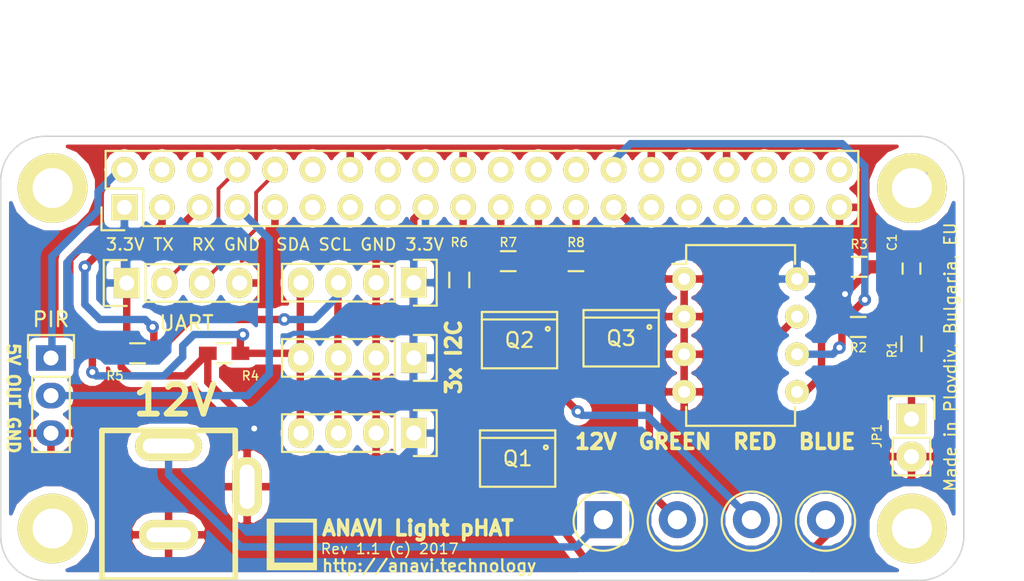
<source format=kicad_pcb>
(kicad_pcb (version 4) (host pcbnew 4.0.5+dfsg1-4)

  (general
    (links 79)
    (no_connects 1)
    (area 136.817429 66.3 225.182572 112.4966)
    (thickness 1.6)
    (drawings 36)
    (tracks 215)
    (zones 0)
    (modules 27)
    (nets 22)
  )

  (page A4)
  (title_block
    (title "Anavi Infra pHAT")
    (date 2017-01-21)
    (company "Anavi Technology")
  )

  (layers
    (0 F.Cu signal hide)
    (31 B.Cu signal hide)
    (32 B.Adhes user hide)
    (33 F.Adhes user hide)
    (34 B.Paste user hide)
    (35 F.Paste user hide)
    (36 B.SilkS user hide)
    (37 F.SilkS user)
    (38 B.Mask user hide)
    (39 F.Mask user hide)
    (40 Dwgs.User user hide)
    (41 Cmts.User user hide)
    (42 Eco1.User user)
    (43 Eco2.User user)
    (44 Edge.Cuts user)
    (45 Margin user hide)
    (46 B.CrtYd user hide)
    (47 F.CrtYd user)
    (48 B.Fab user hide)
    (49 F.Fab user)
  )

  (setup
    (last_trace_width 0.5)
    (user_trace_width 0.254)
    (user_trace_width 0.5)
    (user_trace_width 0.754)
    (trace_clearance 0.254)
    (zone_clearance 0.508)
    (zone_45_only no)
    (trace_min 0.25)
    (segment_width 0.2)
    (edge_width 0.1)
    (via_size 0.85)
    (via_drill 0.4)
    (via_min_size 0.4)
    (via_min_drill 0.3)
    (uvia_size 0.35)
    (uvia_drill 0.1)
    (uvias_allowed no)
    (uvia_min_size 0.2)
    (uvia_min_drill 0.1)
    (pcb_text_width 0.3)
    (pcb_text_size 1.5 1.5)
    (mod_edge_width 0.15)
    (mod_text_size 1 1)
    (mod_text_width 0.15)
    (pad_size 4.7 4.7)
    (pad_drill 2.7)
    (pad_to_mask_clearance 0)
    (aux_axis_origin 0 0)
    (visible_elements FFFFFF7F)
    (pcbplotparams
      (layerselection 0x010ec_80000001)
      (usegerberextensions true)
      (excludeedgelayer true)
      (linewidth 0.100000)
      (plotframeref false)
      (viasonmask false)
      (mode 1)
      (useauxorigin false)
      (hpglpennumber 1)
      (hpglpenspeed 20)
      (hpglpendiameter 15)
      (hpglpenoverlay 2)
      (psnegative false)
      (psa4output false)
      (plotreference true)
      (plotvalue true)
      (plotinvisibletext false)
      (padsonsilk false)
      (subtractmaskfromsilk false)
      (outputformat 1)
      (mirror false)
      (drillshape 0)
      (scaleselection 1)
      (outputdirectory plots/rev1.1))
  )

  (net 0 "")
  (net 1 +3V3)
  (net 2 GND)
  (net 3 +5V)
  (net 4 "Net-(JP1-Pad1)")
  (net 5 "Net-(R2-Pad2)")
  (net 6 "Net-(R3-Pad2)")
  (net 7 /TXD)
  (net 8 /RXD)
  (net 9 "Net-(PIR1-Pad2)")
  (net 10 "Net-(Q1-Pad4)")
  (net 11 "Net-(Q1-Pad5)")
  (net 12 "Net-(Q2-Pad4)")
  (net 13 "Net-(Q2-Pad5)")
  (net 14 "Net-(Q3-Pad4)")
  (net 15 "Net-(Q3-Pad5)")
  (net 16 "Net-(DC1-Pad3)")
  (net 17 "Net-(R4-Pad2)")
  (net 18 "Net-(R5-Pad2)")
  (net 19 "Net-(R6-Pad2)")
  (net 20 "Net-(R7-Pad2)")
  (net 21 "Net-(R8-Pad2)")

  (net_class Default "This is the default net class."
    (clearance 0.254)
    (trace_width 0.5)
    (via_dia 0.85)
    (via_drill 0.4)
    (uvia_dia 0.35)
    (uvia_drill 0.1)
    (add_net +3V3)
    (add_net +5V)
    (add_net /RXD)
    (add_net /TXD)
    (add_net GND)
    (add_net "Net-(DC1-Pad3)")
    (add_net "Net-(JP1-Pad1)")
    (add_net "Net-(PIR1-Pad2)")
    (add_net "Net-(Q1-Pad4)")
    (add_net "Net-(Q1-Pad5)")
    (add_net "Net-(Q2-Pad4)")
    (add_net "Net-(Q2-Pad5)")
    (add_net "Net-(Q3-Pad4)")
    (add_net "Net-(Q3-Pad5)")
    (add_net "Net-(R2-Pad2)")
    (add_net "Net-(R3-Pad2)")
    (add_net "Net-(R4-Pad2)")
    (add_net "Net-(R5-Pad2)")
    (add_net "Net-(R6-Pad2)")
    (add_net "Net-(R7-Pad2)")
    (add_net "Net-(R8-Pad2)")
  )

  (net_class vcc ""
    (clearance 0.254)
    (trace_width 1.5)
    (via_dia 0.85)
    (via_drill 0.4)
    (uvia_dia 0.35)
    (uvia_drill 0.1)
  )

  (module Pin_Headers:Pin_Header_Straight_2x20 (layer F.Cu) (tedit 588FBD82) (tstamp 58831778)
    (at 156.85 79.8 90)
    (descr "Through hole pin header")
    (tags "pin header")
    (path /56FB7C7A)
    (fp_text reference RASP_CONN1 (at 0 -5.1 90) (layer F.SilkS) hide
      (effects (font (size 1 1) (thickness 0.15)))
    )
    (fp_text value Raspberry_PI (at 0 -3.1 90) (layer F.Fab) hide
      (effects (font (size 1 1) (thickness 0.15)))
    )
    (fp_line (start -1.75 -1.75) (end -1.75 50.05) (layer F.CrtYd) (width 0.05))
    (fp_line (start 4.3 -1.75) (end 4.3 50.05) (layer F.CrtYd) (width 0.05))
    (fp_line (start -1.75 -1.75) (end 4.3 -1.75) (layer F.CrtYd) (width 0.05))
    (fp_line (start -1.75 50.05) (end 4.3 50.05) (layer F.CrtYd) (width 0.05))
    (fp_line (start 3.81 49.53) (end 3.81 -1.27) (layer F.SilkS) (width 0.15))
    (fp_line (start -1.27 1.27) (end -1.27 49.53) (layer F.SilkS) (width 0.15))
    (fp_line (start 3.81 49.53) (end -1.27 49.53) (layer F.SilkS) (width 0.15))
    (fp_line (start 3.81 -1.27) (end 1.27 -1.27) (layer F.SilkS) (width 0.15))
    (fp_line (start 0 -1.55) (end -1.55 -1.55) (layer F.SilkS) (width 0.15))
    (fp_line (start 1.27 -1.27) (end 1.27 1.27) (layer F.SilkS) (width 0.15))
    (fp_line (start 1.27 1.27) (end -1.27 1.27) (layer F.SilkS) (width 0.15))
    (fp_line (start -1.55 -1.55) (end -1.55 0) (layer F.SilkS) (width 0.15))
    (pad 1 thru_hole rect (at 0 0 90) (size 1.7272 1.7272) (drill 1.016) (layers *.Cu *.Mask F.SilkS)
      (net 1 +3V3))
    (pad 2 thru_hole oval (at 2.54 0 90) (size 1.7272 1.7272) (drill 1.016) (layers *.Cu *.Mask F.SilkS)
      (net 3 +5V))
    (pad 3 thru_hole oval (at 0 2.54 90) (size 1.7272 1.7272) (drill 1.016) (layers *.Cu *.Mask F.SilkS)
      (net 17 "Net-(R4-Pad2)"))
    (pad 4 thru_hole oval (at 2.54 2.54 90) (size 1.7272 1.7272) (drill 1.016) (layers *.Cu *.Mask F.SilkS)
      (net 3 +5V))
    (pad 5 thru_hole oval (at 0 5.08 90) (size 1.7272 1.7272) (drill 1.016) (layers *.Cu *.Mask F.SilkS)
      (net 18 "Net-(R5-Pad2)"))
    (pad 6 thru_hole oval (at 2.54 5.08 90) (size 1.7272 1.7272) (drill 1.016) (layers *.Cu *.Mask F.SilkS)
      (net 2 GND))
    (pad 7 thru_hole oval (at 0 7.62 90) (size 1.7272 1.7272) (drill 1.016) (layers *.Cu *.Mask F.SilkS)
      (net 9 "Net-(PIR1-Pad2)"))
    (pad 8 thru_hole oval (at 2.54 7.62 90) (size 1.7272 1.7272) (drill 1.016) (layers *.Cu *.Mask F.SilkS)
      (net 7 /TXD))
    (pad 9 thru_hole oval (at 0 10.16 90) (size 1.7272 1.7272) (drill 1.016) (layers *.Cu *.Mask F.SilkS)
      (net 2 GND))
    (pad 10 thru_hole oval (at 2.54 10.16 90) (size 1.7272 1.7272) (drill 1.016) (layers *.Cu *.Mask F.SilkS)
      (net 8 /RXD))
    (pad 11 thru_hole oval (at 0 12.7 90) (size 1.7272 1.7272) (drill 1.016) (layers *.Cu *.Mask F.SilkS))
    (pad 12 thru_hole oval (at 2.54 12.7 90) (size 1.7272 1.7272) (drill 1.016) (layers *.Cu *.Mask F.SilkS))
    (pad 13 thru_hole oval (at 0 15.24 90) (size 1.7272 1.7272) (drill 1.016) (layers *.Cu *.Mask F.SilkS))
    (pad 14 thru_hole oval (at 2.54 15.24 90) (size 1.7272 1.7272) (drill 1.016) (layers *.Cu *.Mask F.SilkS)
      (net 2 GND))
    (pad 15 thru_hole oval (at 0 17.78 90) (size 1.7272 1.7272) (drill 1.016) (layers *.Cu *.Mask F.SilkS))
    (pad 16 thru_hole oval (at 2.54 17.78 90) (size 1.7272 1.7272) (drill 1.016) (layers *.Cu *.Mask F.SilkS))
    (pad 17 thru_hole oval (at 0 20.32 90) (size 1.7272 1.7272) (drill 1.016) (layers *.Cu *.Mask F.SilkS)
      (net 1 +3V3))
    (pad 18 thru_hole oval (at 2.54 20.32 90) (size 1.7272 1.7272) (drill 1.016) (layers *.Cu *.Mask F.SilkS))
    (pad 19 thru_hole oval (at 0 22.86 90) (size 1.7272 1.7272) (drill 1.016) (layers *.Cu *.Mask F.SilkS)
      (net 19 "Net-(R6-Pad2)"))
    (pad 20 thru_hole oval (at 2.54 22.86 90) (size 1.7272 1.7272) (drill 1.016) (layers *.Cu *.Mask F.SilkS)
      (net 2 GND))
    (pad 21 thru_hole oval (at 0 25.4 90) (size 1.7272 1.7272) (drill 1.016) (layers *.Cu *.Mask F.SilkS)
      (net 20 "Net-(R7-Pad2)"))
    (pad 22 thru_hole oval (at 2.54 25.4 90) (size 1.7272 1.7272) (drill 1.016) (layers *.Cu *.Mask F.SilkS))
    (pad 23 thru_hole oval (at 0 27.94 90) (size 1.7272 1.7272) (drill 1.016) (layers *.Cu *.Mask F.SilkS)
      (net 21 "Net-(R8-Pad2)"))
    (pad 24 thru_hole oval (at 2.54 27.94 90) (size 1.7272 1.7272) (drill 1.016) (layers *.Cu *.Mask F.SilkS))
    (pad 25 thru_hole oval (at 0 30.48 90) (size 1.7272 1.7272) (drill 1.016) (layers *.Cu *.Mask F.SilkS)
      (net 2 GND))
    (pad 26 thru_hole oval (at 2.54 30.48 90) (size 1.7272 1.7272) (drill 1.016) (layers *.Cu *.Mask F.SilkS))
    (pad 27 thru_hole oval (at 0 33.02 90) (size 1.7272 1.7272) (drill 1.016) (layers *.Cu *.Mask F.SilkS)
      (net 6 "Net-(R3-Pad2)"))
    (pad 28 thru_hole oval (at 2.54 33.02 90) (size 1.7272 1.7272) (drill 1.016) (layers *.Cu *.Mask F.SilkS)
      (net 5 "Net-(R2-Pad2)"))
    (pad 29 thru_hole oval (at 0 35.56 90) (size 1.7272 1.7272) (drill 1.016) (layers *.Cu *.Mask F.SilkS))
    (pad 30 thru_hole oval (at 2.54 35.56 90) (size 1.7272 1.7272) (drill 1.016) (layers *.Cu *.Mask F.SilkS)
      (net 2 GND))
    (pad 31 thru_hole oval (at 0 38.1 90) (size 1.7272 1.7272) (drill 1.016) (layers *.Cu *.Mask F.SilkS))
    (pad 32 thru_hole oval (at 2.54 38.1 90) (size 1.7272 1.7272) (drill 1.016) (layers *.Cu *.Mask F.SilkS))
    (pad 33 thru_hole oval (at 0 40.64 90) (size 1.7272 1.7272) (drill 1.016) (layers *.Cu *.Mask F.SilkS))
    (pad 34 thru_hole oval (at 2.54 40.64 90) (size 1.7272 1.7272) (drill 1.016) (layers *.Cu *.Mask F.SilkS)
      (net 2 GND))
    (pad 35 thru_hole oval (at 0 43.18 90) (size 1.7272 1.7272) (drill 1.016) (layers *.Cu *.Mask F.SilkS))
    (pad 36 thru_hole oval (at 2.54 43.18 90) (size 1.7272 1.7272) (drill 1.016) (layers *.Cu *.Mask F.SilkS))
    (pad 37 thru_hole oval (at 0 45.72 90) (size 1.7272 1.7272) (drill 1.016) (layers *.Cu *.Mask F.SilkS))
    (pad 38 thru_hole oval (at 2.54 45.72 90) (size 1.7272 1.7272) (drill 1.016) (layers *.Cu *.Mask F.SilkS))
    (pad 39 thru_hole oval (at 0 48.26 90) (size 1.7272 1.7272) (drill 1.016) (layers *.Cu *.Mask F.SilkS)
      (net 2 GND))
    (pad 40 thru_hole oval (at 2.54 48.26 90) (size 1.7272 1.7272) (drill 1.016) (layers *.Cu *.Mask F.SilkS))
    (model Pin_Headers.3dshapes/Pin_Header_Straight_2x20.wrl
      (at (xyz 0.05 -0.95 0))
      (scale (xyz 1 1 1))
      (rotate (xyz 0 0 90))
    )
  )

  (module Housings_DIP:DIP-8_W7.62mm (layer F.Cu) (tedit 588FBD0C) (tstamp 5883179C)
    (at 194.6275 84.6455)
    (descr "8-lead dip package, row spacing 7.62 mm (300 mils)")
    (tags "dil dip 2.54 300")
    (path /56FB5761)
    (fp_text reference U1 (at 0 -5.22) (layer F.SilkS) hide
      (effects (font (size 1 1) (thickness 0.15)))
    )
    (fp_text value CAT24C32WI-GT3 (at 0 -3.72) (layer F.Fab) hide
      (effects (font (size 1 1) (thickness 0.15)))
    )
    (fp_line (start -1.05 -2.45) (end -1.05 10.1) (layer F.CrtYd) (width 0.05))
    (fp_line (start 8.65 -2.45) (end 8.65 10.1) (layer F.CrtYd) (width 0.05))
    (fp_line (start -1.05 -2.45) (end 8.65 -2.45) (layer F.CrtYd) (width 0.05))
    (fp_line (start -1.05 10.1) (end 8.65 10.1) (layer F.CrtYd) (width 0.05))
    (fp_line (start 0.135 -2.295) (end 0.135 -1.025) (layer F.SilkS) (width 0.15))
    (fp_line (start 7.485 -2.295) (end 7.485 -1.025) (layer F.SilkS) (width 0.15))
    (fp_line (start 7.485 9.915) (end 7.485 8.645) (layer F.SilkS) (width 0.15))
    (fp_line (start 0.135 9.915) (end 0.135 8.645) (layer F.SilkS) (width 0.15))
    (fp_line (start 0.135 -2.295) (end 7.485 -2.295) (layer F.SilkS) (width 0.15))
    (fp_line (start 0.135 9.915) (end 7.485 9.915) (layer F.SilkS) (width 0.15))
    (fp_line (start 0.135 -1.025) (end -0.8 -1.025) (layer F.SilkS) (width 0.15))
    (pad 1 thru_hole oval (at 0 0) (size 1.6 1.6) (drill 0.8) (layers *.Cu *.Mask F.SilkS)
      (net 2 GND))
    (pad 2 thru_hole oval (at 0 2.54) (size 1.6 1.6) (drill 0.8) (layers *.Cu *.Mask F.SilkS)
      (net 2 GND))
    (pad 3 thru_hole oval (at 0 5.08) (size 1.6 1.6) (drill 0.8) (layers *.Cu *.Mask F.SilkS)
      (net 2 GND))
    (pad 4 thru_hole oval (at 0 7.62) (size 1.6 1.6) (drill 0.8) (layers *.Cu *.Mask F.SilkS)
      (net 2 GND))
    (pad 5 thru_hole oval (at 7.62 7.62) (size 1.6 1.6) (drill 0.8) (layers *.Cu *.Mask F.SilkS)
      (net 6 "Net-(R3-Pad2)"))
    (pad 6 thru_hole oval (at 7.62 5.08) (size 1.6 1.6) (drill 0.8) (layers *.Cu *.Mask F.SilkS)
      (net 5 "Net-(R2-Pad2)"))
    (pad 7 thru_hole oval (at 7.62 2.54) (size 1.6 1.6) (drill 0.8) (layers *.Cu *.Mask F.SilkS)
      (net 4 "Net-(JP1-Pad1)"))
    (pad 8 thru_hole oval (at 7.62 0) (size 1.6 1.6) (drill 0.8) (layers *.Cu *.Mask F.SilkS)
      (net 1 +3V3))
    (model Housings_DIP.3dshapes/DIP-8_W7.62mm.wrl
      (at (xyz 0 0 0))
      (scale (xyz 1 1 1))
      (rotate (xyz 0 0 0))
    )
  )

  (module Pin_Headers:Pin_Header_Straight_1x04 (layer F.Cu) (tedit 597050E7) (tstamp 588317A4)
    (at 157.0035 84.9125 90)
    (descr "Through hole pin header")
    (tags "pin header")
    (path /574EB04E)
    (fp_text reference UART (at -2.7175 4.0325 180) (layer F.SilkS)
      (effects (font (size 1 1) (thickness 0.15)))
    )
    (fp_text value CONN_01X04 (at 0 -3.1 90) (layer F.Fab) hide
      (effects (font (size 1 1) (thickness 0.15)))
    )
    (fp_line (start -1.75 -1.75) (end -1.75 9.4) (layer F.CrtYd) (width 0.05))
    (fp_line (start 1.75 -1.75) (end 1.75 9.4) (layer F.CrtYd) (width 0.05))
    (fp_line (start -1.75 -1.75) (end 1.75 -1.75) (layer F.CrtYd) (width 0.05))
    (fp_line (start -1.75 9.4) (end 1.75 9.4) (layer F.CrtYd) (width 0.05))
    (fp_line (start -1.27 1.27) (end -1.27 8.89) (layer F.SilkS) (width 0.15))
    (fp_line (start 1.27 1.27) (end 1.27 8.89) (layer F.SilkS) (width 0.15))
    (fp_line (start 1.55 -1.55) (end 1.55 0) (layer F.SilkS) (width 0.15))
    (fp_line (start -1.27 8.89) (end 1.27 8.89) (layer F.SilkS) (width 0.15))
    (fp_line (start 1.27 1.27) (end -1.27 1.27) (layer F.SilkS) (width 0.15))
    (fp_line (start -1.55 0) (end -1.55 -1.55) (layer F.SilkS) (width 0.15))
    (fp_line (start -1.55 -1.55) (end 1.55 -1.55) (layer F.SilkS) (width 0.15))
    (pad 1 thru_hole rect (at 0 0 90) (size 2.032 1.7272) (drill 1.016) (layers *.Cu *.Mask F.SilkS)
      (net 1 +3V3))
    (pad 2 thru_hole oval (at 0 2.54 90) (size 2.032 1.7272) (drill 1.016) (layers *.Cu *.Mask F.SilkS)
      (net 7 /TXD))
    (pad 3 thru_hole oval (at 0 5.08 90) (size 2.032 1.7272) (drill 1.016) (layers *.Cu *.Mask F.SilkS)
      (net 8 /RXD))
    (pad 4 thru_hole oval (at 0 7.62 90) (size 2.032 1.7272) (drill 1.016) (layers *.Cu *.Mask F.SilkS)
      (net 2 GND))
    (model Pin_Headers.3dshapes/Pin_Header_Straight_1x04.wrl
      (at (xyz 0 -0.15 0))
      (scale (xyz 1 1 1))
      (rotate (xyz 0 0 90))
    )
  )

  (module Capacitors_SMD:C_0603_HandSoldering (layer F.Cu) (tedit 5991FE5B) (tstamp 58831703)
    (at 209.97 83.94 90)
    (descr "Capacitor SMD 0603, hand soldering")
    (tags "capacitor 0603")
    (path /56FB5967)
    (attr smd)
    (fp_text reference C1 (at 1.771 -1.309 90) (layer F.SilkS)
      (effects (font (size 0.6 0.6) (thickness 0.1)))
    )
    (fp_text value 0.1 (at 0 1.9 90) (layer F.Fab) hide
      (effects (font (size 1 1) (thickness 0.15)))
    )
    (fp_line (start -1.85 -0.75) (end 1.85 -0.75) (layer F.CrtYd) (width 0.05))
    (fp_line (start -1.85 0.75) (end 1.85 0.75) (layer F.CrtYd) (width 0.05))
    (fp_line (start -1.85 -0.75) (end -1.85 0.75) (layer F.CrtYd) (width 0.05))
    (fp_line (start 1.85 -0.75) (end 1.85 0.75) (layer F.CrtYd) (width 0.05))
    (fp_line (start -0.35 -0.6) (end 0.35 -0.6) (layer F.SilkS) (width 0.15))
    (fp_line (start 0.35 0.6) (end -0.35 0.6) (layer F.SilkS) (width 0.15))
    (pad 1 smd rect (at -0.95 0 90) (size 1.2 0.75) (layers F.Cu F.Paste F.Mask)
      (net 1 +3V3))
    (pad 2 smd rect (at 0.95 0 90) (size 1.2 0.75) (layers F.Cu F.Paste F.Mask)
      (net 2 GND))
    (model Capacitors_SMD.3dshapes/C_0603_HandSoldering.wrl
      (at (xyz 0 0 0))
      (scale (xyz 1 1 1))
      (rotate (xyz 0 0 0))
    )
  )

  (module Pin_Headers:Pin_Header_Straight_1x02 (layer F.Cu) (tedit 5991FBDA) (tstamp 5883171B)
    (at 209.97 94.1)
    (descr "Through hole pin header")
    (tags "pin header")
    (path /570C5478)
    (fp_text reference JP1 (at -2.325 1.15 90) (layer F.SilkS)
      (effects (font (size 0.6 0.6) (thickness 0.1)))
    )
    (fp_text value JUMPER (at 0 -3.1) (layer F.Fab) hide
      (effects (font (size 1 1) (thickness 0.15)))
    )
    (fp_line (start 1.27 1.27) (end 1.27 3.81) (layer F.SilkS) (width 0.15))
    (fp_line (start 1.55 -1.55) (end 1.55 0) (layer F.SilkS) (width 0.15))
    (fp_line (start -1.75 -1.75) (end -1.75 4.3) (layer F.CrtYd) (width 0.05))
    (fp_line (start 1.75 -1.75) (end 1.75 4.3) (layer F.CrtYd) (width 0.05))
    (fp_line (start -1.75 -1.75) (end 1.75 -1.75) (layer F.CrtYd) (width 0.05))
    (fp_line (start -1.75 4.3) (end 1.75 4.3) (layer F.CrtYd) (width 0.05))
    (fp_line (start 1.27 1.27) (end -1.27 1.27) (layer F.SilkS) (width 0.15))
    (fp_line (start -1.55 0) (end -1.55 -1.55) (layer F.SilkS) (width 0.15))
    (fp_line (start -1.55 -1.55) (end 1.55 -1.55) (layer F.SilkS) (width 0.15))
    (fp_line (start -1.27 1.27) (end -1.27 3.81) (layer F.SilkS) (width 0.15))
    (fp_line (start -1.27 3.81) (end 1.27 3.81) (layer F.SilkS) (width 0.15))
    (pad 1 thru_hole rect (at 0 0) (size 2.032 2.032) (drill 1.016) (layers *.Cu *.Mask F.SilkS)
      (net 4 "Net-(JP1-Pad1)"))
    (pad 2 thru_hole oval (at 0 2.54) (size 2.032 2.032) (drill 1.016) (layers *.Cu *.Mask F.SilkS)
      (net 2 GND))
    (model Pin_Headers.3dshapes/Pin_Header_Straight_1x02.wrl
      (at (xyz 0 -0.05 0))
      (scale (xyz 1 1 1))
      (rotate (xyz 0 0 90))
    )
  )

  (module Resistors_SMD:R_0603_HandSoldering (layer F.Cu) (tedit 5991FE5E) (tstamp 58831728)
    (at 209.97 89.02 270)
    (descr "Resistor SMD 0603, hand soldering")
    (tags "resistor 0603")
    (path /56FB57DD)
    (attr smd)
    (fp_text reference R1 (at 0.388 1.309 270) (layer F.SilkS)
      (effects (font (size 0.6 0.6) (thickness 0.1)))
    )
    (fp_text value 1K (at 0 1.9 270) (layer F.Fab) hide
      (effects (font (size 1 1) (thickness 0.15)))
    )
    (fp_line (start -2 -0.8) (end 2 -0.8) (layer F.CrtYd) (width 0.05))
    (fp_line (start -2 0.8) (end 2 0.8) (layer F.CrtYd) (width 0.05))
    (fp_line (start -2 -0.8) (end -2 0.8) (layer F.CrtYd) (width 0.05))
    (fp_line (start 2 -0.8) (end 2 0.8) (layer F.CrtYd) (width 0.05))
    (fp_line (start 0.5 0.675) (end -0.5 0.675) (layer F.SilkS) (width 0.15))
    (fp_line (start -0.5 -0.675) (end 0.5 -0.675) (layer F.SilkS) (width 0.15))
    (pad 1 smd rect (at -1.1 0 270) (size 1.2 0.9) (layers F.Cu F.Paste F.Mask)
      (net 1 +3V3))
    (pad 2 smd rect (at 1.1 0 270) (size 1.2 0.9) (layers F.Cu F.Paste F.Mask)
      (net 4 "Net-(JP1-Pad1)"))
    (model Resistors_SMD.3dshapes/R_0603_HandSoldering.wrl
      (at (xyz 0 0 0))
      (scale (xyz 1 1 1))
      (rotate (xyz 0 0 0))
    )
  )

  (module Resistors_SMD:R_0603_HandSoldering (layer F.Cu) (tedit 5991FE57) (tstamp 5883172E)
    (at 206.375 87.884 180)
    (descr "Resistor SMD 0603, hand soldering")
    (tags "resistor 0603")
    (path /56FB589D)
    (attr smd)
    (fp_text reference R2 (at 0 -1.397 180) (layer F.SilkS)
      (effects (font (size 0.6 0.6) (thickness 0.1)))
    )
    (fp_text value 4.7K (at 0 1.9 180) (layer F.Fab) hide
      (effects (font (size 1 1) (thickness 0.15)))
    )
    (fp_line (start -2 -0.8) (end 2 -0.8) (layer F.CrtYd) (width 0.05))
    (fp_line (start -2 0.8) (end 2 0.8) (layer F.CrtYd) (width 0.05))
    (fp_line (start -2 -0.8) (end -2 0.8) (layer F.CrtYd) (width 0.05))
    (fp_line (start 2 -0.8) (end 2 0.8) (layer F.CrtYd) (width 0.05))
    (fp_line (start 0.5 0.675) (end -0.5 0.675) (layer F.SilkS) (width 0.15))
    (fp_line (start -0.5 -0.675) (end 0.5 -0.675) (layer F.SilkS) (width 0.15))
    (pad 1 smd rect (at -1.1 0 180) (size 1.2 0.9) (layers F.Cu F.Paste F.Mask)
      (net 1 +3V3))
    (pad 2 smd rect (at 1.1 0 180) (size 1.2 0.9) (layers F.Cu F.Paste F.Mask)
      (net 5 "Net-(R2-Pad2)"))
    (model Resistors_SMD.3dshapes/R_0603_HandSoldering.wrl
      (at (xyz 0 0 0))
      (scale (xyz 1 1 1))
      (rotate (xyz 0 0 0))
    )
  )

  (module Resistors_SMD:R_0603_HandSoldering (layer F.Cu) (tedit 5991FE59) (tstamp 58831734)
    (at 206.4385 83.82 180)
    (descr "Resistor SMD 0603, hand soldering")
    (tags "resistor 0603")
    (path /56FB5912)
    (attr smd)
    (fp_text reference R3 (at 0 1.524 180) (layer F.SilkS)
      (effects (font (size 0.6 0.6) (thickness 0.1)))
    )
    (fp_text value 4.7K (at 0 1.9 180) (layer F.Fab) hide
      (effects (font (size 1 1) (thickness 0.15)))
    )
    (fp_line (start -2 -0.8) (end 2 -0.8) (layer F.CrtYd) (width 0.05))
    (fp_line (start -2 0.8) (end 2 0.8) (layer F.CrtYd) (width 0.05))
    (fp_line (start -2 -0.8) (end -2 0.8) (layer F.CrtYd) (width 0.05))
    (fp_line (start 2 -0.8) (end 2 0.8) (layer F.CrtYd) (width 0.05))
    (fp_line (start 0.5 0.675) (end -0.5 0.675) (layer F.SilkS) (width 0.15))
    (fp_line (start -0.5 -0.675) (end 0.5 -0.675) (layer F.SilkS) (width 0.15))
    (pad 1 smd rect (at -1.1 0 180) (size 1.2 0.9) (layers F.Cu F.Paste F.Mask)
      (net 1 +3V3))
    (pad 2 smd rect (at 1.1 0 180) (size 1.2 0.9) (layers F.Cu F.Paste F.Mask)
      (net 6 "Net-(R3-Pad2)"))
    (model Resistors_SMD.3dshapes/R_0603_HandSoldering.wrl
      (at (xyz 0 0 0))
      (scale (xyz 1 1 1))
      (rotate (xyz 0 0 0))
    )
  )

  (module Pin_Headers:Pin_Header_Straight_1x04 (layer F.Cu) (tedit 588FBD3A) (tstamp 58831780)
    (at 176.3785 95.0525 270)
    (descr "Through hole pin header")
    (tags "pin header")
    (path /5704A9C3)
    (fp_text reference SENS1 (at 0 -5.1 270) (layer F.SilkS) hide
      (effects (font (size 1 1) (thickness 0.15)))
    )
    (fp_text value I2C_SENS_1 (at 0 -3.1 270) (layer F.Fab) hide
      (effects (font (size 1 1) (thickness 0.15)))
    )
    (fp_line (start -1.75 -1.75) (end -1.75 9.4) (layer F.CrtYd) (width 0.05))
    (fp_line (start 1.75 -1.75) (end 1.75 9.4) (layer F.CrtYd) (width 0.05))
    (fp_line (start -1.75 -1.75) (end 1.75 -1.75) (layer F.CrtYd) (width 0.05))
    (fp_line (start -1.75 9.4) (end 1.75 9.4) (layer F.CrtYd) (width 0.05))
    (fp_line (start -1.27 1.27) (end -1.27 8.89) (layer F.SilkS) (width 0.15))
    (fp_line (start 1.27 1.27) (end 1.27 8.89) (layer F.SilkS) (width 0.15))
    (fp_line (start 1.55 -1.55) (end 1.55 0) (layer F.SilkS) (width 0.15))
    (fp_line (start -1.27 8.89) (end 1.27 8.89) (layer F.SilkS) (width 0.15))
    (fp_line (start 1.27 1.27) (end -1.27 1.27) (layer F.SilkS) (width 0.15))
    (fp_line (start -1.55 0) (end -1.55 -1.55) (layer F.SilkS) (width 0.15))
    (fp_line (start -1.55 -1.55) (end 1.55 -1.55) (layer F.SilkS) (width 0.15))
    (pad 1 thru_hole rect (at 0 0 270) (size 2.032 1.7272) (drill 1.016) (layers *.Cu *.Mask F.SilkS)
      (net 1 +3V3))
    (pad 2 thru_hole oval (at 0 2.54 270) (size 2.032 1.7272) (drill 1.016) (layers *.Cu *.Mask F.SilkS)
      (net 2 GND))
    (pad 3 thru_hole oval (at 0 5.08 270) (size 2.032 1.7272) (drill 1.016) (layers *.Cu *.Mask F.SilkS)
      (net 18 "Net-(R5-Pad2)"))
    (pad 4 thru_hole oval (at 0 7.62 270) (size 2.032 1.7272) (drill 1.016) (layers *.Cu *.Mask F.SilkS)
      (net 17 "Net-(R4-Pad2)"))
    (model Pin_Headers.3dshapes/Pin_Header_Straight_1x04.wrl
      (at (xyz 0 -0.15 0))
      (scale (xyz 1 1 1))
      (rotate (xyz 0 0 90))
    )
  )

  (module Pin_Headers:Pin_Header_Straight_1x04 (layer F.Cu) (tedit 588FBD33) (tstamp 58831788)
    (at 176.3785 89.9725 270)
    (descr "Through hole pin header")
    (tags "pin header")
    (path /5752A123)
    (fp_text reference SENS2 (at 0 -5.1 270) (layer F.SilkS) hide
      (effects (font (size 1 1) (thickness 0.15)))
    )
    (fp_text value I2C_SENS_1 (at 0 -3.1 270) (layer F.Fab) hide
      (effects (font (size 1 1) (thickness 0.15)))
    )
    (fp_line (start -1.75 -1.75) (end -1.75 9.4) (layer F.CrtYd) (width 0.05))
    (fp_line (start 1.75 -1.75) (end 1.75 9.4) (layer F.CrtYd) (width 0.05))
    (fp_line (start -1.75 -1.75) (end 1.75 -1.75) (layer F.CrtYd) (width 0.05))
    (fp_line (start -1.75 9.4) (end 1.75 9.4) (layer F.CrtYd) (width 0.05))
    (fp_line (start -1.27 1.27) (end -1.27 8.89) (layer F.SilkS) (width 0.15))
    (fp_line (start 1.27 1.27) (end 1.27 8.89) (layer F.SilkS) (width 0.15))
    (fp_line (start 1.55 -1.55) (end 1.55 0) (layer F.SilkS) (width 0.15))
    (fp_line (start -1.27 8.89) (end 1.27 8.89) (layer F.SilkS) (width 0.15))
    (fp_line (start 1.27 1.27) (end -1.27 1.27) (layer F.SilkS) (width 0.15))
    (fp_line (start -1.55 0) (end -1.55 -1.55) (layer F.SilkS) (width 0.15))
    (fp_line (start -1.55 -1.55) (end 1.55 -1.55) (layer F.SilkS) (width 0.15))
    (pad 1 thru_hole rect (at 0 0 270) (size 2.032 1.7272) (drill 1.016) (layers *.Cu *.Mask F.SilkS)
      (net 1 +3V3))
    (pad 2 thru_hole oval (at 0 2.54 270) (size 2.032 1.7272) (drill 1.016) (layers *.Cu *.Mask F.SilkS)
      (net 2 GND))
    (pad 3 thru_hole oval (at 0 5.08 270) (size 2.032 1.7272) (drill 1.016) (layers *.Cu *.Mask F.SilkS)
      (net 18 "Net-(R5-Pad2)"))
    (pad 4 thru_hole oval (at 0 7.62 270) (size 2.032 1.7272) (drill 1.016) (layers *.Cu *.Mask F.SilkS)
      (net 17 "Net-(R4-Pad2)"))
    (model Pin_Headers.3dshapes/Pin_Header_Straight_1x04.wrl
      (at (xyz 0 -0.15 0))
      (scale (xyz 1 1 1))
      (rotate (xyz 0 0 90))
    )
  )

  (module Pin_Headers:Pin_Header_Straight_1x04 (layer F.Cu) (tedit 588FBD12) (tstamp 58831790)
    (at 176.3785 84.8925 270)
    (descr "Through hole pin header")
    (tags "pin header")
    (path /5752A2F7)
    (fp_text reference SENS3 (at 0 -5.1 270) (layer F.SilkS) hide
      (effects (font (size 1 1) (thickness 0.15)))
    )
    (fp_text value I2C_SENS_1 (at 0 -3.1 270) (layer F.Fab) hide
      (effects (font (size 1 1) (thickness 0.15)))
    )
    (fp_line (start -1.75 -1.75) (end -1.75 9.4) (layer F.CrtYd) (width 0.05))
    (fp_line (start 1.75 -1.75) (end 1.75 9.4) (layer F.CrtYd) (width 0.05))
    (fp_line (start -1.75 -1.75) (end 1.75 -1.75) (layer F.CrtYd) (width 0.05))
    (fp_line (start -1.75 9.4) (end 1.75 9.4) (layer F.CrtYd) (width 0.05))
    (fp_line (start -1.27 1.27) (end -1.27 8.89) (layer F.SilkS) (width 0.15))
    (fp_line (start 1.27 1.27) (end 1.27 8.89) (layer F.SilkS) (width 0.15))
    (fp_line (start 1.55 -1.55) (end 1.55 0) (layer F.SilkS) (width 0.15))
    (fp_line (start -1.27 8.89) (end 1.27 8.89) (layer F.SilkS) (width 0.15))
    (fp_line (start 1.27 1.27) (end -1.27 1.27) (layer F.SilkS) (width 0.15))
    (fp_line (start -1.55 0) (end -1.55 -1.55) (layer F.SilkS) (width 0.15))
    (fp_line (start -1.55 -1.55) (end 1.55 -1.55) (layer F.SilkS) (width 0.15))
    (pad 1 thru_hole rect (at 0 0 270) (size 2.032 1.7272) (drill 1.016) (layers *.Cu *.Mask F.SilkS)
      (net 1 +3V3))
    (pad 2 thru_hole oval (at 0 2.54 270) (size 2.032 1.7272) (drill 1.016) (layers *.Cu *.Mask F.SilkS)
      (net 2 GND))
    (pad 3 thru_hole oval (at 0 5.08 270) (size 2.032 1.7272) (drill 1.016) (layers *.Cu *.Mask F.SilkS)
      (net 18 "Net-(R5-Pad2)"))
    (pad 4 thru_hole oval (at 0 7.62 270) (size 2.032 1.7272) (drill 1.016) (layers *.Cu *.Mask F.SilkS)
      (net 17 "Net-(R4-Pad2)"))
    (model Pin_Headers.3dshapes/Pin_Header_Straight_1x04.wrl
      (at (xyz 0 -0.15 0))
      (scale (xyz 1 1 1))
      (rotate (xyz 0 0 90))
    )
  )

  (module Mounting_Holes:MountingHole_2.7mm_M2.5_DIN965_Pad (layer F.Cu) (tedit 588FBCDB) (tstamp 588C38C3)
    (at 152 78.5)
    (descr "Mounting Hole 2.7mm, M2.5, DIN965")
    (tags "mounting hole 2.7mm m2.5 din965")
    (fp_text reference REF1 (at 0 -3.35) (layer F.SilkS) hide
      (effects (font (size 1 1) (thickness 0.15)))
    )
    (fp_text value MountingHole_2.7mm_M2.5_DIN965_Pad (at 0 3.35) (layer F.Fab) hide
      (effects (font (size 1 1) (thickness 0.15)))
    )
    (fp_circle (center 0 0) (end 2.35 0) (layer Cmts.User) (width 0.15))
    (fp_circle (center 0 0) (end 2.6 0) (layer F.CrtYd) (width 0.05))
    (pad 1 thru_hole circle (at 0 0) (size 4.7 4.7) (drill 2.7) (layers *.Cu *.Mask F.SilkS))
  )

  (module Mounting_Holes:MountingHole_2.7mm_M2.5_DIN965_Pad (layer F.Cu) (tedit 588FBCD6) (tstamp 588C38D0)
    (at 210 78.5)
    (descr "Mounting Hole 2.7mm, M2.5, DIN965")
    (tags "mounting hole 2.7mm m2.5 din965")
    (fp_text reference REF2 (at 0 -3.35) (layer F.SilkS) hide
      (effects (font (size 1 1) (thickness 0.15)))
    )
    (fp_text value MountingHole_2.7mm_M2.5_DIN965_Pad (at 0 3.35) (layer F.Fab) hide
      (effects (font (size 1 1) (thickness 0.15)))
    )
    (fp_circle (center 0 0) (end 2.35 0) (layer Cmts.User) (width 0.15))
    (fp_circle (center 0 0) (end 2.6 0) (layer F.CrtYd) (width 0.05))
    (pad 2 thru_hole circle (at 0 0) (size 4.7 4.7) (drill 2.7) (layers *.Cu *.Mask F.SilkS))
  )

  (module Mounting_Holes:MountingHole_2.7mm_M2.5_DIN965_Pad (layer F.Cu) (tedit 588FBCC1) (tstamp 588C398A)
    (at 210 101.5)
    (descr "Mounting Hole 2.7mm, M2.5, DIN965")
    (tags "mounting hole 2.7mm m2.5 din965")
    (fp_text reference REF3 (at 0 -3.35) (layer F.SilkS) hide
      (effects (font (size 1 1) (thickness 0.15)))
    )
    (fp_text value MountingHole_2.7mm_M2.5_DIN965_Pad (at 0 3.35) (layer F.Fab) hide
      (effects (font (size 1 1) (thickness 0.15)))
    )
    (fp_circle (center 0 0) (end 2.35 0) (layer Cmts.User) (width 0.15))
    (fp_circle (center 0 0) (end 2.6 0) (layer F.CrtYd) (width 0.05))
    (pad 3 thru_hole circle (at 0 0) (size 4.7 4.7) (drill 2.7) (layers *.Cu *.Mask F.SilkS))
  )

  (module Mounting_Holes:MountingHole_2.7mm_M2.5_DIN965_Pad (layer F.Cu) (tedit 588FBCE4) (tstamp 588C39A5)
    (at 152 101.5)
    (descr "Mounting Hole 2.7mm, M2.5, DIN965")
    (tags "mounting hole 2.7mm m2.5 din965")
    (fp_text reference REF4 (at 0 -3.35) (layer F.SilkS) hide
      (effects (font (size 1 1) (thickness 0.15)))
    )
    (fp_text value MountingHole_2.7mm_M2.5_DIN965_Pad (at 0 3.35) (layer F.Fab) hide
      (effects (font (size 1 1) (thickness 0.15)))
    )
    (fp_circle (center 0 0) (end 2.35 0) (layer Cmts.User) (width 0.15))
    (fp_circle (center 0 0) (end 2.6 0) (layer F.CrtYd) (width 0.05))
    (pad 4 thru_hole circle (at 0 0) (size 4.7 4.7) (drill 2.7) (layers *.Cu *.Mask F.SilkS))
  )

  (module logo:anavi-logo (layer F.Cu) (tedit 588538F6) (tstamp 58884B14)
    (at 168.148 102.616)
    (fp_text reference "" (at 0 0) (layer F.SilkS) hide
      (effects (font (thickness 0.3)))
    )
    (fp_text value LOGO (at 0.75 0) (layer F.SilkS) hide
      (effects (font (thickness 0.3)))
    )
    (fp_poly (pts (xy 1.693334 1.693334) (xy -1.693333 1.693334) (xy -1.693333 -1.524) (xy -1.185333 -1.524)
      (xy -1.185333 1.185334) (xy 1.439334 1.185334) (xy 1.439334 -1.524) (xy -1.185333 -1.524)
      (xy -1.693333 -1.524) (xy -1.693333 -1.778) (xy 1.693334 -1.778) (xy 1.693334 1.693334)) (layer F.SilkS) (width 0.01))
  )

  (module Pin_Headers:Pin_Header_Straight_1x03 (layer F.Cu) (tedit 596FF4D6) (tstamp 596E877C)
    (at 151.892 89.9795)
    (descr "Through hole pin header")
    (tags "pin header")
    (path /596E280F)
    (fp_text reference PIR (at 0 -2.6035) (layer F.SilkS)
      (effects (font (size 1 1) (thickness 0.15)))
    )
    (fp_text value CONN_01X03 (at 0 -3.1) (layer F.Fab) hide
      (effects (font (size 1 1) (thickness 0.15)))
    )
    (fp_line (start -1.75 -1.75) (end -1.75 6.85) (layer F.CrtYd) (width 0.05))
    (fp_line (start 1.75 -1.75) (end 1.75 6.85) (layer F.CrtYd) (width 0.05))
    (fp_line (start -1.75 -1.75) (end 1.75 -1.75) (layer F.CrtYd) (width 0.05))
    (fp_line (start -1.75 6.85) (end 1.75 6.85) (layer F.CrtYd) (width 0.05))
    (fp_line (start -1.27 1.27) (end -1.27 6.35) (layer F.SilkS) (width 0.15))
    (fp_line (start -1.27 6.35) (end 1.27 6.35) (layer F.SilkS) (width 0.15))
    (fp_line (start 1.27 6.35) (end 1.27 1.27) (layer F.SilkS) (width 0.15))
    (fp_line (start 1.55 -1.55) (end 1.55 0) (layer F.SilkS) (width 0.15))
    (fp_line (start 1.27 1.27) (end -1.27 1.27) (layer F.SilkS) (width 0.15))
    (fp_line (start -1.55 0) (end -1.55 -1.55) (layer F.SilkS) (width 0.15))
    (fp_line (start -1.55 -1.55) (end 1.55 -1.55) (layer F.SilkS) (width 0.15))
    (pad 1 thru_hole rect (at 0 0) (size 2.032 1.7272) (drill 1.016) (layers *.Cu *.Mask)
      (net 3 +5V))
    (pad 2 thru_hole oval (at 0 2.54) (size 2.032 1.7272) (drill 1.016) (layers *.Cu *.Mask)
      (net 9 "Net-(PIR1-Pad2)"))
    (pad 3 thru_hole oval (at 0 5.08) (size 2.032 1.7272) (drill 1.016) (layers *.Cu *.Mask)
      (net 2 GND))
    (model Pin_Headers.3dshapes/Pin_Header_Straight_1x03.wrl
      (at (xyz 0 -0.1 0))
      (scale (xyz 1 1 1))
      (rotate (xyz 0 0 90))
    )
  )

  (module SO-8 (layer F.Cu) (tedit 596E39BD) (tstamp 596E9DA2)
    (at 183.388 96.774 180)
    (descr "SO-8 Surface Mount Small Outline 150mil 8pin Package")
    (tags "Power Integrations D Package")
    (path /596E3489)
    (fp_text reference Q1 (at 0 0 180) (layer F.SilkS)
      (effects (font (size 1 1) (thickness 0.15)))
    )
    (fp_text value IRF8721PBF-1 (at 0 0 180) (layer F.Fab) hide
      (effects (font (size 1 1) (thickness 0.15)))
    )
    (fp_circle (center -1.905 0.762) (end -1.778 0.762) (layer F.SilkS) (width 0.15))
    (fp_line (start -2.54 1.397) (end 2.54 1.397) (layer F.SilkS) (width 0.15))
    (fp_line (start -2.54 -1.905) (end 2.54 -1.905) (layer F.SilkS) (width 0.15))
    (fp_line (start -2.54 1.905) (end 2.54 1.905) (layer F.SilkS) (width 0.15))
    (fp_line (start -2.54 1.905) (end -2.54 -1.905) (layer F.SilkS) (width 0.15))
    (fp_line (start 2.54 1.905) (end 2.54 -1.905) (layer F.SilkS) (width 0.15))
    (pad 1 smd oval (at -1.905 2.794 180) (size 0.6096 1.4732) (layers F.Cu F.Paste F.Mask)
      (net 2 GND))
    (pad 2 smd oval (at -0.635 2.794 180) (size 0.6096 1.4732) (layers F.Cu F.Paste F.Mask)
      (net 2 GND))
    (pad 3 smd oval (at 0.635 2.794 180) (size 0.6096 1.4732) (layers F.Cu F.Paste F.Mask)
      (net 2 GND))
    (pad 4 smd oval (at 1.905 2.794 180) (size 0.6096 1.4732) (layers F.Cu F.Paste F.Mask)
      (net 10 "Net-(Q1-Pad4)"))
    (pad 5 smd oval (at 1.905 -2.794 180) (size 0.6096 1.4732) (layers F.Cu F.Paste F.Mask)
      (net 11 "Net-(Q1-Pad5)"))
    (pad 6 smd oval (at 0.635 -2.794 180) (size 0.6096 1.4732) (layers F.Cu F.Paste F.Mask)
      (net 11 "Net-(Q1-Pad5)"))
    (pad 7 smd oval (at -0.635 -2.794 180) (size 0.6096 1.4732) (layers F.Cu F.Paste F.Mask)
      (net 11 "Net-(Q1-Pad5)"))
    (pad 8 smd oval (at -1.905 -2.794 180) (size 0.6096 1.4732) (layers F.Cu F.Paste F.Mask)
      (net 11 "Net-(Q1-Pad5)"))
  )

  (module SO-8 (layer F.Cu) (tedit 596E39B8) (tstamp 596E9DB4)
    (at 183.515 88.773 180)
    (descr "SO-8 Surface Mount Small Outline 150mil 8pin Package")
    (tags "Power Integrations D Package")
    (path /596E3558)
    (fp_text reference Q2 (at 0 0 180) (layer F.SilkS)
      (effects (font (size 1 1) (thickness 0.15)))
    )
    (fp_text value IRF8721PBF-1 (at 0 0 180) (layer F.Fab) hide
      (effects (font (size 1 1) (thickness 0.15)))
    )
    (fp_circle (center -1.905 0.762) (end -1.778 0.762) (layer F.SilkS) (width 0.15))
    (fp_line (start -2.54 1.397) (end 2.54 1.397) (layer F.SilkS) (width 0.15))
    (fp_line (start -2.54 -1.905) (end 2.54 -1.905) (layer F.SilkS) (width 0.15))
    (fp_line (start -2.54 1.905) (end 2.54 1.905) (layer F.SilkS) (width 0.15))
    (fp_line (start -2.54 1.905) (end -2.54 -1.905) (layer F.SilkS) (width 0.15))
    (fp_line (start 2.54 1.905) (end 2.54 -1.905) (layer F.SilkS) (width 0.15))
    (pad 1 smd oval (at -1.905 2.794 180) (size 0.6096 1.4732) (layers F.Cu F.Paste F.Mask)
      (net 2 GND))
    (pad 2 smd oval (at -0.635 2.794 180) (size 0.6096 1.4732) (layers F.Cu F.Paste F.Mask)
      (net 2 GND))
    (pad 3 smd oval (at 0.635 2.794 180) (size 0.6096 1.4732) (layers F.Cu F.Paste F.Mask)
      (net 2 GND))
    (pad 4 smd oval (at 1.905 2.794 180) (size 0.6096 1.4732) (layers F.Cu F.Paste F.Mask)
      (net 12 "Net-(Q2-Pad4)"))
    (pad 5 smd oval (at 1.905 -2.794 180) (size 0.6096 1.4732) (layers F.Cu F.Paste F.Mask)
      (net 13 "Net-(Q2-Pad5)"))
    (pad 6 smd oval (at 0.635 -2.794 180) (size 0.6096 1.4732) (layers F.Cu F.Paste F.Mask)
      (net 13 "Net-(Q2-Pad5)"))
    (pad 7 smd oval (at -0.635 -2.794 180) (size 0.6096 1.4732) (layers F.Cu F.Paste F.Mask)
      (net 13 "Net-(Q2-Pad5)"))
    (pad 8 smd oval (at -1.905 -2.794 180) (size 0.6096 1.4732) (layers F.Cu F.Paste F.Mask)
      (net 13 "Net-(Q2-Pad5)"))
  )

  (module SO-8 (layer F.Cu) (tedit 596E39B4) (tstamp 596E9DC6)
    (at 190.373 88.646 180)
    (descr "SO-8 Surface Mount Small Outline 150mil 8pin Package")
    (tags "Power Integrations D Package")
    (path /596E35F3)
    (fp_text reference Q3 (at 0 0 180) (layer F.SilkS)
      (effects (font (size 1 1) (thickness 0.15)))
    )
    (fp_text value IRF8721PBF-1 (at 0 0 180) (layer F.Fab) hide
      (effects (font (size 1 1) (thickness 0.15)))
    )
    (fp_circle (center -1.905 0.762) (end -1.778 0.762) (layer F.SilkS) (width 0.15))
    (fp_line (start -2.54 1.397) (end 2.54 1.397) (layer F.SilkS) (width 0.15))
    (fp_line (start -2.54 -1.905) (end 2.54 -1.905) (layer F.SilkS) (width 0.15))
    (fp_line (start -2.54 1.905) (end 2.54 1.905) (layer F.SilkS) (width 0.15))
    (fp_line (start -2.54 1.905) (end -2.54 -1.905) (layer F.SilkS) (width 0.15))
    (fp_line (start 2.54 1.905) (end 2.54 -1.905) (layer F.SilkS) (width 0.15))
    (pad 1 smd oval (at -1.905 2.794 180) (size 0.6096 1.4732) (layers F.Cu F.Paste F.Mask)
      (net 2 GND))
    (pad 2 smd oval (at -0.635 2.794 180) (size 0.6096 1.4732) (layers F.Cu F.Paste F.Mask)
      (net 2 GND))
    (pad 3 smd oval (at 0.635 2.794 180) (size 0.6096 1.4732) (layers F.Cu F.Paste F.Mask)
      (net 2 GND))
    (pad 4 smd oval (at 1.905 2.794 180) (size 0.6096 1.4732) (layers F.Cu F.Paste F.Mask)
      (net 14 "Net-(Q3-Pad4)"))
    (pad 5 smd oval (at 1.905 -2.794 180) (size 0.6096 1.4732) (layers F.Cu F.Paste F.Mask)
      (net 15 "Net-(Q3-Pad5)"))
    (pad 6 smd oval (at 0.635 -2.794 180) (size 0.6096 1.4732) (layers F.Cu F.Paste F.Mask)
      (net 15 "Net-(Q3-Pad5)"))
    (pad 7 smd oval (at -0.635 -2.794 180) (size 0.6096 1.4732) (layers F.Cu F.Paste F.Mask)
      (net 15 "Net-(Q3-Pad5)"))
    (pad 8 smd oval (at -1.905 -2.794 180) (size 0.6096 1.4732) (layers F.Cu F.Paste F.Mask)
      (net 15 "Net-(Q3-Pad5)"))
  )

  (module w_conn_misc:dc_socket (layer F.Cu) (tedit 5991FD96) (tstamp 596E2B20)
    (at 159.8295 102.1715)
    (descr "Socket, DC power supply")
    (path /596E2E5E)
    (fp_text reference DC1 (at 0 8.6995) (layer F.SilkS) hide
      (effects (font (thickness 0.3048)))
    )
    (fp_text value dc_jack (at -0.0635 -8.9535) (layer F.SilkS) hide
      (effects (font (size 1.8 1.8) (thickness 0.4)))
    )
    (fp_line (start -4.50088 2.79908) (end 4.50088 2.79908) (layer F.SilkS) (width 0.381))
    (fp_line (start -4.50088 7.29996) (end 4.50088 7.29996) (layer F.SilkS) (width 0.381))
    (fp_line (start 4.50088 7.29996) (end 4.50088 -7.29996) (layer F.SilkS) (width 0.381))
    (fp_line (start 4.50088 -7.29996) (end -4.50088 -7.29996) (layer F.SilkS) (width 0.381))
    (fp_line (start -4.50088 -7.29996) (end -4.50088 7.29996) (layer F.SilkS) (width 0.381))
    (pad 1 thru_hole oval (at 5.30098 -3.50012) (size 1.99898 4.0005) (drill oval 1.00076 2.99974) (layers *.Cu *.Mask F.SilkS)
      (net 2 GND))
    (pad 2 thru_hole oval (at 0 -0.24892) (size 4.0005 1.99898) (drill oval 2.99974 1.00076) (layers *.Cu *.Mask F.SilkS)
      (net 2 GND))
    (pad 3 thru_hole oval (at 0 -6.25094) (size 4.50088 1.99898) (drill oval 3.50012 1.00076) (layers *.Cu *.Mask F.SilkS)
      (net 16 "Net-(DC1-Pad3)"))
    (model walter/conn_misc/dc_socket.wrl
      (at (xyz 0 0 0))
      (scale (xyz 1 1 1))
      (rotate (xyz 0 0 0))
    )
  )

  (module myfootprint:TerminalBlock_4PIN (layer F.Cu) (tedit 596FF17E) (tstamp 596E9DE0)
    (at 189.1665 100.9015)
    (descr "4-way 5mm pitch terminal block, Phoenix MKDS series")
    (path /596E3340)
    (fp_text reference RGB1 (at 7.5 5.9) (layer F.SilkS) hide
      (effects (font (size 1 1) (thickness 0.15)))
    )
    (fp_text value Screw_Terminal_1x04 (at 7.5 -6.6) (layer F.Fab) hide
      (effects (font (size 1 1) (thickness 0.15)))
    )
    (fp_line (start -2.7 -5.4) (end 17.7 -5.4) (layer F.CrtYd) (width 0.05))
    (fp_line (start -2.7 4.8) (end -2.7 -5.4) (layer F.CrtYd) (width 0.05))
    (fp_line (start 17.7 4.8) (end -2.7 4.8) (layer F.CrtYd) (width 0.05))
    (fp_line (start 17.7 -5.4) (end 17.7 4.8) (layer F.CrtYd) (width 0.05))
    (fp_circle (center 15 0.1) (end 13 0.1) (layer F.SilkS) (width 0.15))
    (fp_circle (center 10 0.1) (end 8 0.1) (layer F.SilkS) (width 0.15))
    (fp_circle (center 5 0.1) (end 3 0.1) (layer F.SilkS) (width 0.15))
    (fp_circle (center 0 0.1) (end 2 0.1) (layer F.SilkS) (width 0.15))
    (pad 4 thru_hole circle (at 15 0) (size 2.5 2.5) (drill 1.3) (layers *.Cu *.Mask)
      (net 11 "Net-(Q1-Pad5)"))
    (pad 3 thru_hole circle (at 10 0) (size 2.5 2.5) (drill 1.3) (layers *.Cu *.Mask)
      (net 13 "Net-(Q2-Pad5)"))
    (pad 1 thru_hole rect (at 0 0) (size 2.5 2.5) (drill 1.3) (layers *.Cu *.Mask)
      (net 16 "Net-(DC1-Pad3)"))
    (pad 2 thru_hole circle (at 5 0) (size 2.5 2.5) (drill 1.3) (layers *.Cu *.Mask)
      (net 15 "Net-(Q3-Pad5)"))
    (model Terminal_Blocks.3dshapes/TerminalBlock_Pheonix_MKDS1.5-4pol.wrl
      (at (xyz 0.2953 0 0))
      (scale (xyz 1 1 1))
      (rotate (xyz 0 0 0))
    )
  )

  (module Resistors_SMD:R_0603_HandSoldering (layer F.Cu) (tedit 59C0F6AC) (tstamp 59704C46)
    (at 163.576 89.662)
    (descr "Resistor SMD 0603, hand soldering")
    (tags "resistor 0603")
    (path /570C0762)
    (attr smd)
    (fp_text reference R4 (at 1.778 1.524) (layer F.SilkS)
      (effects (font (size 0.6 0.6) (thickness 0.1)))
    )
    (fp_text value 4.7K (at 0 1.9) (layer F.Fab) hide
      (effects (font (size 1 1) (thickness 0.15)))
    )
    (fp_line (start -0.8 0.4) (end -0.8 -0.4) (layer F.Fab) (width 0.1))
    (fp_line (start 0.8 0.4) (end -0.8 0.4) (layer F.Fab) (width 0.1))
    (fp_line (start 0.8 -0.4) (end 0.8 0.4) (layer F.Fab) (width 0.1))
    (fp_line (start -0.8 -0.4) (end 0.8 -0.4) (layer F.Fab) (width 0.1))
    (fp_line (start -2 -0.8) (end 2 -0.8) (layer F.CrtYd) (width 0.05))
    (fp_line (start -2 0.8) (end 2 0.8) (layer F.CrtYd) (width 0.05))
    (fp_line (start -2 -0.8) (end -2 0.8) (layer F.CrtYd) (width 0.05))
    (fp_line (start 2 -0.8) (end 2 0.8) (layer F.CrtYd) (width 0.05))
    (fp_line (start 0.5 0.675) (end -0.5 0.675) (layer F.SilkS) (width 0.15))
    (fp_line (start -0.5 -0.675) (end 0.5 -0.675) (layer F.SilkS) (width 0.15))
    (pad 1 smd rect (at -1.1 0) (size 1.2 0.9) (layers F.Cu F.Paste F.Mask)
      (net 1 +3V3))
    (pad 2 smd rect (at 1.1 0) (size 1.2 0.9) (layers F.Cu F.Paste F.Mask)
      (net 17 "Net-(R4-Pad2)"))
    (model Resistors_SMD.3dshapes/R_0603_HandSoldering.wrl
      (at (xyz 0 0 0))
      (scale (xyz 1 1 1))
      (rotate (xyz 0 0 0))
    )
  )

  (module Resistors_SMD:R_0603_HandSoldering (layer F.Cu) (tedit 59C0F6A3) (tstamp 59704C56)
    (at 157.734 89.662)
    (descr "Resistor SMD 0603, hand soldering")
    (tags "resistor 0603")
    (path /570C0BD5)
    (attr smd)
    (fp_text reference R5 (at -1.524 1.524) (layer F.SilkS)
      (effects (font (size 0.6 0.6) (thickness 0.1)))
    )
    (fp_text value 4.7K (at 0 1.9) (layer F.Fab) hide
      (effects (font (size 1 1) (thickness 0.15)))
    )
    (fp_line (start -0.8 0.4) (end -0.8 -0.4) (layer F.Fab) (width 0.1))
    (fp_line (start 0.8 0.4) (end -0.8 0.4) (layer F.Fab) (width 0.1))
    (fp_line (start 0.8 -0.4) (end 0.8 0.4) (layer F.Fab) (width 0.1))
    (fp_line (start -0.8 -0.4) (end 0.8 -0.4) (layer F.Fab) (width 0.1))
    (fp_line (start -2 -0.8) (end 2 -0.8) (layer F.CrtYd) (width 0.05))
    (fp_line (start -2 0.8) (end 2 0.8) (layer F.CrtYd) (width 0.05))
    (fp_line (start -2 -0.8) (end -2 0.8) (layer F.CrtYd) (width 0.05))
    (fp_line (start 2 -0.8) (end 2 0.8) (layer F.CrtYd) (width 0.05))
    (fp_line (start 0.5 0.675) (end -0.5 0.675) (layer F.SilkS) (width 0.15))
    (fp_line (start -0.5 -0.675) (end 0.5 -0.675) (layer F.SilkS) (width 0.15))
    (pad 1 smd rect (at -1.1 0) (size 1.2 0.9) (layers F.Cu F.Paste F.Mask)
      (net 1 +3V3))
    (pad 2 smd rect (at 1.1 0) (size 1.2 0.9) (layers F.Cu F.Paste F.Mask)
      (net 18 "Net-(R5-Pad2)"))
    (model Resistors_SMD.3dshapes/R_0603_HandSoldering.wrl
      (at (xyz 0 0 0))
      (scale (xyz 1 1 1))
      (rotate (xyz 0 0 0))
    )
  )

  (module Resistors_SMD:R_0603_HandSoldering (layer F.Cu) (tedit 5991FDD6) (tstamp 5992023F)
    (at 179.451 84.709 90)
    (descr "Resistor SMD 0603, hand soldering")
    (tags "resistor 0603")
    (path /5991FAAA)
    (attr smd)
    (fp_text reference R6 (at 2.54 0 180) (layer F.SilkS)
      (effects (font (size 0.6 0.6) (thickness 0.1)))
    )
    (fp_text value 220R (at 0 1.9 90) (layer F.Fab) hide
      (effects (font (size 1 1) (thickness 0.15)))
    )
    (fp_line (start -0.8 0.4) (end -0.8 -0.4) (layer F.Fab) (width 0.1))
    (fp_line (start 0.8 0.4) (end -0.8 0.4) (layer F.Fab) (width 0.1))
    (fp_line (start 0.8 -0.4) (end 0.8 0.4) (layer F.Fab) (width 0.1))
    (fp_line (start -0.8 -0.4) (end 0.8 -0.4) (layer F.Fab) (width 0.1))
    (fp_line (start -2 -0.8) (end 2 -0.8) (layer F.CrtYd) (width 0.05))
    (fp_line (start -2 0.8) (end 2 0.8) (layer F.CrtYd) (width 0.05))
    (fp_line (start -2 -0.8) (end -2 0.8) (layer F.CrtYd) (width 0.05))
    (fp_line (start 2 -0.8) (end 2 0.8) (layer F.CrtYd) (width 0.05))
    (fp_line (start 0.5 0.675) (end -0.5 0.675) (layer F.SilkS) (width 0.15))
    (fp_line (start -0.5 -0.675) (end 0.5 -0.675) (layer F.SilkS) (width 0.15))
    (pad 1 smd rect (at -1.1 0 90) (size 1.2 0.9) (layers F.Cu F.Paste F.Mask)
      (net 10 "Net-(Q1-Pad4)"))
    (pad 2 smd rect (at 1.1 0 90) (size 1.2 0.9) (layers F.Cu F.Paste F.Mask)
      (net 19 "Net-(R6-Pad2)"))
    (model Resistors_SMD.3dshapes/R_0603_HandSoldering.wrl
      (at (xyz 0 0 0))
      (scale (xyz 1 1 1))
      (rotate (xyz 0 0 0))
    )
  )

  (module Resistors_SMD:R_0603_HandSoldering (layer F.Cu) (tedit 5991FEAA) (tstamp 5992024F)
    (at 182.753 83.439)
    (descr "Resistor SMD 0603, hand soldering")
    (tags "resistor 0603")
    (path /5991FFC0)
    (attr smd)
    (fp_text reference R7 (at 0 -1.27) (layer F.SilkS)
      (effects (font (size 0.6 0.6) (thickness 0.1)))
    )
    (fp_text value 220R (at 0 1.9) (layer F.Fab) hide
      (effects (font (size 1 1) (thickness 0.15)))
    )
    (fp_line (start -0.8 0.4) (end -0.8 -0.4) (layer F.Fab) (width 0.1))
    (fp_line (start 0.8 0.4) (end -0.8 0.4) (layer F.Fab) (width 0.1))
    (fp_line (start 0.8 -0.4) (end 0.8 0.4) (layer F.Fab) (width 0.1))
    (fp_line (start -0.8 -0.4) (end 0.8 -0.4) (layer F.Fab) (width 0.1))
    (fp_line (start -2 -0.8) (end 2 -0.8) (layer F.CrtYd) (width 0.05))
    (fp_line (start -2 0.8) (end 2 0.8) (layer F.CrtYd) (width 0.05))
    (fp_line (start -2 -0.8) (end -2 0.8) (layer F.CrtYd) (width 0.05))
    (fp_line (start 2 -0.8) (end 2 0.8) (layer F.CrtYd) (width 0.05))
    (fp_line (start 0.5 0.675) (end -0.5 0.675) (layer F.SilkS) (width 0.15))
    (fp_line (start -0.5 -0.675) (end 0.5 -0.675) (layer F.SilkS) (width 0.15))
    (pad 1 smd rect (at -1.1 0) (size 1.2 0.9) (layers F.Cu F.Paste F.Mask)
      (net 12 "Net-(Q2-Pad4)"))
    (pad 2 smd rect (at 1.1 0) (size 1.2 0.9) (layers F.Cu F.Paste F.Mask)
      (net 20 "Net-(R7-Pad2)"))
    (model Resistors_SMD.3dshapes/R_0603_HandSoldering.wrl
      (at (xyz 0 0 0))
      (scale (xyz 1 1 1))
      (rotate (xyz 0 0 0))
    )
  )

  (module Resistors_SMD:R_0603_HandSoldering (layer F.Cu) (tedit 5991FEAF) (tstamp 5992025F)
    (at 187.325 83.439 180)
    (descr "Resistor SMD 0603, hand soldering")
    (tags "resistor 0603")
    (path /5992025A)
    (attr smd)
    (fp_text reference R8 (at 0 1.27 180) (layer F.SilkS)
      (effects (font (size 0.6 0.6) (thickness 0.1)))
    )
    (fp_text value 220R (at 0 1.9 180) (layer F.Fab) hide
      (effects (font (size 1 1) (thickness 0.15)))
    )
    (fp_line (start -0.8 0.4) (end -0.8 -0.4) (layer F.Fab) (width 0.1))
    (fp_line (start 0.8 0.4) (end -0.8 0.4) (layer F.Fab) (width 0.1))
    (fp_line (start 0.8 -0.4) (end 0.8 0.4) (layer F.Fab) (width 0.1))
    (fp_line (start -0.8 -0.4) (end 0.8 -0.4) (layer F.Fab) (width 0.1))
    (fp_line (start -2 -0.8) (end 2 -0.8) (layer F.CrtYd) (width 0.05))
    (fp_line (start -2 0.8) (end 2 0.8) (layer F.CrtYd) (width 0.05))
    (fp_line (start -2 -0.8) (end -2 0.8) (layer F.CrtYd) (width 0.05))
    (fp_line (start 2 -0.8) (end 2 0.8) (layer F.CrtYd) (width 0.05))
    (fp_line (start 0.5 0.675) (end -0.5 0.675) (layer F.SilkS) (width 0.15))
    (fp_line (start -0.5 -0.675) (end 0.5 -0.675) (layer F.SilkS) (width 0.15))
    (pad 1 smd rect (at -1.1 0 180) (size 1.2 0.9) (layers F.Cu F.Paste F.Mask)
      (net 14 "Net-(Q3-Pad4)"))
    (pad 2 smd rect (at 1.1 0 180) (size 1.2 0.9) (layers F.Cu F.Paste F.Mask)
      (net 21 "Net-(R8-Pad2)"))
    (model Resistors_SMD.3dshapes/R_0603_HandSoldering.wrl
      (at (xyz 0 0 0))
      (scale (xyz 1 1 1))
      (rotate (xyz 0 0 0))
    )
  )

  (gr_text IRF8721 (at 190.373 89.9795) (layer F.Fab)
    (effects (font (size 1 1) (thickness 0.25)))
  )
  (gr_text IRF8721 (at 183.3245 97.9805) (layer F.Fab)
    (effects (font (size 1 1) (thickness 0.25)))
  )
  (gr_text IRF8721 (at 183.769 90.043) (layer F.Fab)
    (effects (font (size 1 1) (thickness 0.25)))
  )
  (gr_text 100R (at 179.3875 84.6455 90) (layer F.Fab)
    (effects (font (size 1 1) (thickness 0.25)))
  )
  (gr_text 100R (at 187.325 83.566) (layer F.Fab)
    (effects (font (size 1 1) (thickness 0.25)))
  )
  (gr_text 100R (at 182.6895 83.566) (layer F.Fab)
    (effects (font (size 1 1) (thickness 0.25)))
  )
  (gr_text 12V (at 160.274 92.837) (layer F.SilkS)
    (effects (font (size 2 2) (thickness 0.4)))
  )
  (gr_text "12V  GREEN  RED  BLUE" (at 196.723 95.631) (layer F.SilkS)
    (effects (font (size 1 1) (thickness 0.25)))
  )
  (gr_text "5V OUT GND" (at 149.352 92.71 270) (layer F.SilkS)
    (effects (font (size 0.8 0.8) (thickness 0.2)))
  )
  (gr_text 4,7K (at 157.607 89.7255) (layer F.Fab)
    (effects (font (size 1 1) (thickness 0.25)))
  )
  (gr_text 100nF (at 210 83.9 90) (layer F.Fab)
    (effects (font (size 1 0.8) (thickness 0.2)))
  )
  (gr_text 1K (at 210 88.9 90) (layer F.Fab)
    (effects (font (size 1 1) (thickness 0.25)))
  )
  (gr_text 4,7K (at 163.5125 89.662) (layer F.Fab)
    (effects (font (size 1 1) (thickness 0.25)))
  )
  (gr_text 4,7K (at 206.4385 87.884) (layer F.Fab)
    (effects (font (size 1 1) (thickness 0.25)))
  )
  (gr_text 4,7K (at 206.5655 83.8835) (layer F.Fab)
    (effects (font (size 1 1) (thickness 0.25)))
  )
  (gr_text "Rev 1.1 (c) 2017" (at 174.752 102.87) (layer F.SilkS)
    (effects (font (size 0.7 0.7) (thickness 0.1)))
  )
  (gr_text "3.3V TX  RX GND" (at 160.8035 82.3125) (layer F.SilkS)
    (effects (font (size 0.8 0.8) (thickness 0.125)))
  )
  (gr_text "3x I2C" (at 179.07 89.916 90) (layer F.SilkS)
    (effects (font (size 1 1) (thickness 0.25)))
  )
  (gr_text "SDA SCL GND 3.3V" (at 172.7485 82.3125) (layer F.SilkS)
    (effects (font (size 0.8 0.8) (thickness 0.125)))
  )
  (gr_text "Made in Plovdiv, Bulgaria, EU" (at 212.598 89.916 90) (layer F.SilkS)
    (effects (font (size 0.8 0.8) (thickness 0.125)))
  )
  (gr_text http://anavi.technology (at 177.419 104.013) (layer F.SilkS)
    (effects (font (size 0.8 0.8) (thickness 0.15)))
  )
  (gr_text "ANAVI Light pHAT" (at 176.657 101.473) (layer F.SilkS)
    (effects (font (size 1 1) (thickness 0.25)))
  )
  (dimension 3.5 (width 0.3) (layer F.CrtYd)
    (gr_text "3.500 mm" (at 211.75 67.65) (layer F.CrtYd)
      (effects (font (size 1.5 1.5) (thickness 0.3)))
    )
    (feature1 (pts (xy 213.5 78.5) (xy 213.5 66.3)))
    (feature2 (pts (xy 210 78.5) (xy 210 66.3)))
    (crossbar (pts (xy 210 69) (xy 213.5 69)))
    (arrow1a (pts (xy 213.5 69) (xy 212.373496 69.586421)))
    (arrow1b (pts (xy 213.5 69) (xy 212.373496 68.413579)))
    (arrow2a (pts (xy 210 69) (xy 211.126504 69.586421)))
    (arrow2b (pts (xy 210 69) (xy 211.126504 68.413579)))
  )
  (gr_line (start 152 78.46) (end 152 77.46) (angle 90) (layer B.SilkS) (width 0.2))
  (gr_line (start 148.5011 102.0036) (end 148.5011 78.0036) (layer Edge.Cuts) (width 0.1))
  (gr_line (start 210.5011 105.0036) (end 151.5011 105.0036) (layer Edge.Cuts) (width 0.1))
  (gr_line (start 213.5011 78.0036) (end 213.5011 102.0036) (layer Edge.Cuts) (width 0.1))
  (gr_line (start 151.5011 75.0036) (end 210.5011 75.0036) (layer Edge.Cuts) (width 0.1))
  (gr_arc (start 151.5011 78.0036) (end 151.5011 75.0036) (angle -90) (layer Edge.Cuts) (width 0.1))
  (gr_circle (center 152.0011 77.5036) (end 152.0011 77.5036) (layer Edge.Cuts) (width 0.1))
  (gr_arc (start 210.5011 78.0036) (end 213.5011 78.0036) (angle -90) (layer Edge.Cuts) (width 0.1))
  (gr_circle (center 211.0011 77.5036) (end 211.0011 77.5036) (layer Edge.Cuts) (width 0.1))
  (gr_arc (start 210.5011 102.0036) (end 210.5011 105.0036) (angle -90) (layer Edge.Cuts) (width 0.1))
  (gr_circle (center 211.0011 101.5036) (end 211.0011 101.5036) (layer Edge.Cuts) (width 0.1))
  (gr_arc (start 151.5011 102.0036) (end 148.5011 102.0036) (angle -90) (layer Edge.Cuts) (width 0.1))
  (gr_circle (center 152.0011 101.5036) (end 152.0011 101.5036) (layer Edge.Cuts) (width 0.1))

  (segment (start 169.55 77.26) (end 169.545 77.216) (width 0.5) (layer B.Cu) (net 0) (status 80000))
  (segment (start 169.55 77.26) (end 169.5 77.25) (width 0.5) (layer B.Cu) (net 0) (status 80000))
  (segment (start 169.545 79.756) (end 169.55 79.8) (width 0.5) (layer F.Cu) (net 0) (tstamp 5884DF77) (status 80000))
  (segment (start 162.476 89.662) (end 162.476 91.61) (width 0.5) (layer F.Cu) (net 1))
  (segment (start 174.752 97.536) (end 176.3785 95.9095) (width 0.5) (layer B.Cu) (net 1) (tstamp 59704E9D))
  (segment (start 168.402 97.536) (end 174.752 97.536) (width 0.5) (layer B.Cu) (net 1) (tstamp 59704E9B))
  (segment (start 165.608 94.742) (end 168.402 97.536) (width 0.5) (layer B.Cu) (net 1) (tstamp 59704E9A))
  (via (at 165.608 94.742) (size 0.85) (drill 0.4) (layers F.Cu B.Cu) (net 1))
  (segment (start 162.476 91.61) (end 165.608 94.742) (width 0.5) (layer F.Cu) (net 1) (tstamp 59704E91))
  (segment (start 176.3785 95.9095) (end 176.3785 95.0525) (width 0.5) (layer B.Cu) (net 1) (tstamp 59704E9F))
  (segment (start 156.634 89.662) (end 156.634 90.594) (width 0.5) (layer F.Cu) (net 1))
  (segment (start 160.952 91.186) (end 162.476 89.662) (width 0.5) (layer F.Cu) (net 1) (tstamp 59704E89))
  (segment (start 157.226 91.186) (end 160.952 91.186) (width 0.5) (layer F.Cu) (net 1) (tstamp 59704E86))
  (segment (start 156.634 90.594) (end 157.226 91.186) (width 0.5) (layer F.Cu) (net 1) (tstamp 59704E84))
  (segment (start 157.0035 84.9125) (end 157.0035 89.2925) (width 0.5) (layer F.Cu) (net 1))
  (segment (start 157.0035 89.2925) (end 156.634 89.662) (width 0.5) (layer F.Cu) (net 1) (tstamp 59704DEF))
  (segment (start 176.3785 84.8925) (end 176.3785 80.5915) (width 0.5) (layer F.Cu) (net 1))
  (segment (start 176.3785 80.5915) (end 177.17 79.8) (width 0.5) (layer F.Cu) (net 1) (tstamp 596E4A62))
  (segment (start 207.5385 83.82) (end 207.3275 83.82) (width 0.5) (layer F.Cu) (net 1))
  (segment (start 207.3275 83.82) (end 205.486 85.6615) (width 0.5) (layer F.Cu) (net 1) (tstamp 596E3DB0))
  (segment (start 204.47 84.6455) (end 202.2475 84.6455) (width 0.5) (layer B.Cu) (net 1) (tstamp 596E3DB5))
  (segment (start 205.486 85.6615) (end 204.47 84.6455) (width 0.5) (layer B.Cu) (net 1) (tstamp 596E3DB4))
  (via (at 205.486 85.6615) (size 0.85) (drill 0.4) (layers F.Cu B.Cu) (net 1))
  (segment (start 207.5385 83.82) (end 208.9 83.82) (width 0.5) (layer F.Cu) (net 1))
  (segment (start 208.9 83.82) (end 209.97 84.89) (width 0.5) (layer F.Cu) (net 1) (tstamp 596E3D65))
  (segment (start 207.475 87.884) (end 209.934 87.884) (width 0.5) (layer F.Cu) (net 1))
  (segment (start 209.934 87.884) (end 209.97 87.92) (width 0.5) (layer F.Cu) (net 1) (tstamp 596E3D62))
  (segment (start 209.97 84.89) (end 209.97 87.92) (width 0.5) (layer F.Cu) (net 1))
  (segment (start 156.85 79.8) (end 156.85 84.759) (width 0.5) (layer B.Cu) (net 1))
  (segment (start 156.85 84.759) (end 157.0035 84.9125) (width 0.5) (layer B.Cu) (net 1) (tstamp 596E3CED))
  (segment (start 177.165 79.756) (end 177.17 79.8) (width 0.5) (layer F.Cu) (net 1) (tstamp 5884E0C3) (status 80000))
  (segment (start 156.845 80.137) (end 156.845 79.756) (width 0.5) (layer B.Cu) (net 1) (status 80000))
  (segment (start 156.845 79.756) (end 156.85 79.8) (width 0.5) (layer B.Cu) (net 1) (tstamp 5884E01D) (status 80000))
  (segment (start 157.0035 84.9125) (end 157.0355 84.8995) (width 0.5) (layer F.Cu) (net 1) (status 80030))
  (segment (start 156.9035 84.9125) (end 157.0035 84.9125) (width 0.5) (layer F.Cu) (net 1) (tstamp 5884CA97) (status 80030))
  (segment (start 176.3395 89.9795) (end 176.3785 89.9725) (width 0.5) (layer B.Cu) (net 1) (tstamp 5884E733) (status 80000))
  (segment (start 176.3785 95.0525) (end 176.3395 95.0595) (width 0.5) (layer B.Cu) (net 1) (status 80000))
  (segment (start 176.3395 95.0595) (end 176.3395 94.5515) (width 0.5) (layer B.Cu) (net 1) (status 80000))
  (segment (start 176.3785 89.9725) (end 176.3395 89.9795) (width 0.5) (layer F.Cu) (net 1) (status 80000))
  (segment (start 176.3395 89.9795) (end 176.3395 95.0595) (width 0.5) (layer F.Cu) (net 1) (status 80000))
  (segment (start 176.3395 95.0595) (end 176.3785 95.0525) (width 0.5) (layer F.Cu) (net 1) (tstamp 5884D4E4) (status 80000))
  (segment (start 176.3395 84.8995) (end 176.3785 84.8925) (width 0.5) (layer B.Cu) (net 1) (tstamp 5884D43E) (status 80000))
  (segment (start 176.3785 84.8925) (end 176.3395 84.8995) (width 0.5) (layer F.Cu) (net 1) (status 80000))
  (segment (start 176.3395 84.8995) (end 176.3395 89.9795) (width 0.5) (layer F.Cu) (net 1) (status 80000))
  (segment (start 176.3395 89.9795) (end 176.3785 89.9725) (width 0.5) (layer F.Cu) (net 1) (tstamp 5884D43D) (status 80000))
  (segment (start 209.97 87.92) (end 210 88) (width 0.5) (layer F.Cu) (net 1) (status 80000))
  (segment (start 209.97 84.89) (end 210 85) (width 0.5) (layer F.Cu) (net 1) (status 80000))
  (segment (start 210 88) (end 209.97 87.92) (width 0.5) (layer F.Cu) (net 1) (tstamp 5884C930) (status 80000))
  (segment (start 156.85 77.26) (end 156.845 77.216) (width 0.5) (layer F.Cu) (net 3) (status 80000))
  (segment (start 156.85 77.26) (end 156.547 77.26) (width 0.5) (layer B.Cu) (net 3))
  (segment (start 156.547 77.26) (end 155.067 78.74) (width 0.5) (layer B.Cu) (net 3) (tstamp 596F2AFF))
  (segment (start 151.9555 83.1215) (end 151.9555 89.916) (width 0.5) (layer B.Cu) (net 3) (tstamp 596F2B02))
  (segment (start 155.067 80.01) (end 151.9555 83.1215) (width 0.5) (layer B.Cu) (net 3) (tstamp 596F2B01))
  (segment (start 155.067 78.74) (end 155.067 80.01) (width 0.5) (layer B.Cu) (net 3) (tstamp 596F2B00))
  (segment (start 151.9555 89.916) (end 151.892 89.9795) (width 0.5) (layer B.Cu) (net 3) (tstamp 596F2B03))
  (segment (start 156.85 77.26) (end 156.7375 77.26) (width 0.5) (layer B.Cu) (net 3))
  (segment (start 209.97 90.12) (end 207.949 90.12) (width 0.5) (layer F.Cu) (net 4))
  (segment (start 199.898 89.535) (end 202.2475 87.1855) (width 0.5) (layer F.Cu) (net 4) (tstamp 596E3BF6))
  (segment (start 199.898 92.456) (end 199.898 89.535) (width 0.5) (layer F.Cu) (net 4) (tstamp 596E3BF5))
  (segment (start 201.676 94.234) (end 199.898 92.456) (width 0.5) (layer F.Cu) (net 4) (tstamp 596E3BF4))
  (segment (start 203.835 94.234) (end 201.676 94.234) (width 0.5) (layer F.Cu) (net 4) (tstamp 596E3BF2))
  (segment (start 207.949 90.12) (end 203.835 94.234) (width 0.5) (layer F.Cu) (net 4) (tstamp 596E3BF0))
  (segment (start 209.97 90.12) (end 209.97 94.1) (width 0.5) (layer F.Cu) (net 4))
  (segment (start 209.97 94.1) (end 210 94) (width 0.5) (layer F.Cu) (net 4) (status 80000))
  (segment (start 210 90) (end 209.97 90.12) (width 0.5) (layer F.Cu) (net 4) (tstamp 5884C931) (status 80000))
  (segment (start 210 94) (end 209.97 94.1) (width 0.5) (layer B.Cu) (net 4) (tstamp 5884C7E1) (status 80000))
  (segment (start 189.87 77.26) (end 189.87 76.6395) (width 0.5) (layer B.Cu) (net 5))
  (segment (start 189.87 76.6395) (end 191.008 75.5015) (width 0.5) (layer B.Cu) (net 5) (tstamp 596E3BD3))
  (segment (start 206.8195 86.0425) (end 205.275 87.587) (width 0.5) (layer F.Cu) (net 5) (tstamp 596E3BDD))
  (via (at 206.8195 86.0425) (size 0.85) (drill 0.4) (layers F.Cu B.Cu) (net 5))
  (segment (start 206.8195 77.0255) (end 206.8195 86.0425) (width 0.5) (layer B.Cu) (net 5) (tstamp 596E3BD8))
  (segment (start 205.2955 75.5015) (end 206.8195 77.0255) (width 0.5) (layer B.Cu) (net 5) (tstamp 596E3BD7))
  (segment (start 191.008 75.5015) (end 205.2955 75.5015) (width 0.5) (layer B.Cu) (net 5) (tstamp 596E3BD4))
  (segment (start 205.275 87.587) (end 205.275 87.884) (width 0.5) (layer F.Cu) (net 5) (tstamp 596E3BDE))
  (segment (start 202.2475 89.7255) (end 204.6605 89.7255) (width 0.5) (layer B.Cu) (net 5))
  (segment (start 205.275 89.111) (end 205.275 87.884) (width 0.5) (layer F.Cu) (net 5) (tstamp 596E3BC1))
  (segment (start 205.105 89.281) (end 205.275 89.111) (width 0.5) (layer F.Cu) (net 5) (tstamp 596E3BC0))
  (via (at 205.105 89.281) (size 0.85) (drill 0.4) (layers F.Cu B.Cu) (net 5))
  (segment (start 204.6605 89.7255) (end 205.105 89.281) (width 0.5) (layer B.Cu) (net 5) (tstamp 596E3BB6))
  (segment (start 205 87.9) (end 204.978 87.884) (width 0.5) (layer F.Cu) (net 5) (status 80000))
  (segment (start 204.978 87.884) (end 204.851 88.011) (width 0.5) (layer F.Cu) (net 5) (status 80000))
  (segment (start 205.02 87.92) (end 205 87.9) (width 0.5) (layer F.Cu) (net 5) (tstamp 5884E683))
  (segment (start 205 87.9) (end 205.004 87.907) (width 0.5) (layer F.Cu) (net 5) (status 80030))
  (segment (start 205.03 87.92) (end 205 87.9) (width 0.5) (layer F.Cu) (net 5) (tstamp 5884C932) (status 80030))
  (segment (start 205 87.9) (end 205.03 87.92) (width 0.5) (layer F.Cu) (net 5) (status 80030))
  (segment (start 205.03 87.92) (end 205.28 88.17) (width 0.5) (layer F.Cu) (net 5) (status 80030))
  (segment (start 189.87 77.26) (end 189.865 77.216) (width 0.5) (layer B.Cu) (net 5) (status 80000))
  (segment (start 202.2475 92.2655) (end 202.819 92.2655) (width 0.5) (layer F.Cu) (net 6))
  (segment (start 202.819 92.2655) (end 203.8985 91.186) (width 0.5) (layer F.Cu) (net 6) (tstamp 596E3B8D))
  (segment (start 203.8985 91.186) (end 203.8985 85.26) (width 0.5) (layer F.Cu) (net 6) (tstamp 596E3B8E))
  (segment (start 203.8985 85.26) (end 205.3385 83.82) (width 0.5) (layer F.Cu) (net 6) (tstamp 596E3B91))
  (segment (start 189.87 79.8) (end 189.909 79.8) (width 0.5) (layer F.Cu) (net 6))
  (segment (start 189.909 79.8) (end 192.659 82.55) (width 0.5) (layer F.Cu) (net 6) (tstamp 596E3B73))
  (segment (start 204.0685 82.55) (end 205.3385 83.82) (width 0.5) (layer F.Cu) (net 6) (tstamp 596E3B7E))
  (segment (start 192.659 82.55) (end 204.0685 82.55) (width 0.5) (layer F.Cu) (net 6) (tstamp 596E3B76))
  (segment (start 189.865 80.137) (end 189.865 79.756) (width 0.5) (layer F.Cu) (net 6) (status 80000))
  (segment (start 189.865 79.756) (end 189.87 79.8) (width 0.5) (layer F.Cu) (net 6) (tstamp 5884E923) (status 80000))
  (segment (start 164.47 77.26) (end 164.47 77.2745) (width 0.254) (layer F.Cu) (net 7))
  (segment (start 164.47 77.2745) (end 163.195 78.5495) (width 0.254) (layer F.Cu) (net 7) (tstamp 596E3774))
  (segment (start 163.195 81.261) (end 159.5435 84.9125) (width 0.254) (layer F.Cu) (net 7) (tstamp 596E377C))
  (segment (start 163.195 78.5495) (end 163.195 81.261) (width 0.254) (layer F.Cu) (net 7) (tstamp 596E3776))
  (segment (start 164.47 77.26) (end 164.76 77.26) (width 0.254) (layer F.Cu) (net 7))
  (segment (start 167.01 77.26) (end 167.01 77.5285) (width 0.254) (layer F.Cu) (net 8))
  (segment (start 167.01 77.5285) (end 165.735 78.8035) (width 0.254) (layer F.Cu) (net 8) (tstamp 596E3780))
  (segment (start 165.735 81.261) (end 162.0835 84.9125) (width 0.254) (layer F.Cu) (net 8) (tstamp 596E378A))
  (segment (start 165.735 78.8035) (end 165.735 81.261) (width 0.254) (layer F.Cu) (net 8) (tstamp 596E3781))
  (segment (start 167.01 77.26) (end 167.31 77.26) (width 0.254) (layer F.Cu) (net 8))
  (segment (start 162.0835 84.3425) (end 162.0835 84.9125) (width 0.254) (layer F.Cu) (net 8) (tstamp 5884CB81) (status 30))
  (segment (start 151.892 92.5195) (end 165.1635 92.5195) (width 0.5) (layer B.Cu) (net 9))
  (segment (start 166.624 81.954) (end 164.47 79.8) (width 0.5) (layer B.Cu) (net 9) (tstamp 59704D81))
  (segment (start 166.624 91.059) (end 166.624 81.954) (width 0.5) (layer B.Cu) (net 9) (tstamp 59704D7C))
  (segment (start 165.1635 92.5195) (end 166.624 91.059) (width 0.5) (layer B.Cu) (net 9) (tstamp 59704D7A))
  (segment (start 151.892 92.5195) (end 152.5905 92.5195) (width 0.5) (layer B.Cu) (net 9) (status 30))
  (segment (start 179.451 91.948) (end 181.483 93.98) (width 0.5) (layer F.Cu) (net 10) (tstamp 5992060B))
  (segment (start 179.451 85.809) (end 179.451 91.948) (width 0.5) (layer F.Cu) (net 10))
  (segment (start 181.483 99.568) (end 182.753 99.568) (width 0.5) (layer F.Cu) (net 11) (status 30))
  (segment (start 182.753 99.568) (end 184.023 99.568) (width 0.5) (layer F.Cu) (net 11) (tstamp 596F297D) (status 30))
  (segment (start 184.023 99.568) (end 185.293 99.568) (width 0.5) (layer F.Cu) (net 11) (tstamp 596F297E) (status 30))
  (segment (start 204.1665 100.9015) (end 204.1665 102.0305) (width 0.5) (layer F.Cu) (net 11))
  (segment (start 204.1665 102.0305) (end 202.438 103.759) (width 0.5) (layer F.Cu) (net 11) (tstamp 596E3718))
  (segment (start 185.3565 100.1395) (end 185.293 99.568) (width 0.5) (layer F.Cu) (net 11) (tstamp 596E3722) (status 30))
  (segment (start 188.087 103.759) (end 185.3565 100.1395) (width 0.5) (layer F.Cu) (net 11) (tstamp 596E371E) (status 20))
  (segment (start 202.438 103.759) (end 188.087 103.759) (width 0.5) (layer F.Cu) (net 11) (tstamp 596E371A))
  (segment (start 204.1665 100.9015) (end 204.1665 101.7765) (width 0.5) (layer B.Cu) (net 11))
  (segment (start 181.653 83.439) (end 181.653 85.936) (width 0.5) (layer F.Cu) (net 12))
  (segment (start 181.653 85.936) (end 181.61 85.979) (width 0.5) (layer F.Cu) (net 12) (tstamp 599203FF))
  (segment (start 185.42 91.567) (end 187.452 93.599) (width 0.5) (layer F.Cu) (net 13))
  (segment (start 192.118 93.853) (end 199.1665 100.9015) (width 0.5) (layer B.Cu) (net 13) (tstamp 5992040F))
  (segment (start 187.706 93.853) (end 192.118 93.853) (width 0.5) (layer B.Cu) (net 13) (tstamp 5992040E))
  (segment (start 187.452 93.599) (end 187.706 93.853) (width 0.5) (layer B.Cu) (net 13) (tstamp 5992040D))
  (via (at 187.452 93.599) (size 0.85) (drill 0.4) (layers F.Cu B.Cu) (net 13))
  (segment (start 181.61 91.567) (end 182.88 91.567) (width 0.5) (layer F.Cu) (net 13) (status 30))
  (segment (start 182.88 91.567) (end 184.15 91.567) (width 0.5) (layer F.Cu) (net 13) (tstamp 596F2974) (status 30))
  (segment (start 184.15 91.567) (end 185.42 91.567) (width 0.5) (layer F.Cu) (net 13) (tstamp 596F2975) (status 30))
  (segment (start 185.42 91.567) (end 185.42 91.948) (width 0.5) (layer F.Cu) (net 13) (status 30))
  (segment (start 188.425 83.439) (end 188.425 85.809) (width 0.5) (layer F.Cu) (net 14))
  (segment (start 188.425 85.809) (end 188.468 85.852) (width 0.5) (layer F.Cu) (net 14) (tstamp 599203F9))
  (segment (start 192.278 91.44) (end 192.278 99.013) (width 0.5) (layer F.Cu) (net 15))
  (segment (start 192.278 99.013) (end 194.1665 100.9015) (width 0.5) (layer F.Cu) (net 15) (tstamp 59920408))
  (segment (start 188.468 91.44) (end 189.738 91.44) (width 0.5) (layer F.Cu) (net 15) (status 30))
  (segment (start 189.738 91.44) (end 191.008 91.44) (width 0.5) (layer F.Cu) (net 15) (tstamp 596F3964) (status 30))
  (segment (start 191.008 91.44) (end 192.278 91.44) (width 0.5) (layer F.Cu) (net 15) (tstamp 596F3965) (status 30))
  (segment (start 189.738 91.44) (end 189.8015 91.3765) (width 0.5) (layer F.Cu) (net 15) (tstamp 596F2978) (status 30))
  (segment (start 192.2145 91.3765) (end 192.278 91.44) (width 0.5) (layer F.Cu) (net 15) (tstamp 596F297A) (status 30))
  (segment (start 159.8295 95.92056) (end 159.8295 97.8535) (width 0.5) (layer B.Cu) (net 16))
  (segment (start 187.325 102.743) (end 189.1665 100.9015) (width 0.5) (layer B.Cu) (net 16) (tstamp 596F2A50))
  (segment (start 164.719 102.743) (end 187.325 102.743) (width 0.5) (layer B.Cu) (net 16) (tstamp 596F2A4E))
  (segment (start 159.8295 97.8535) (end 164.719 102.743) (width 0.5) (layer B.Cu) (net 16) (tstamp 596F2A4D))
  (segment (start 188.14542 101.92258) (end 189.1665 100.9015) (width 0.5) (layer B.Cu) (net 16) (tstamp 596E3711))
  (segment (start 159.39 79.8) (end 159.39 80.894) (width 0.5) (layer F.Cu) (net 17))
  (segment (start 164.676 88.562) (end 164.676 89.662) (width 0.5) (layer F.Cu) (net 17) (tstamp 59704F26))
  (segment (start 164.846 88.392) (end 164.676 88.562) (width 0.5) (layer F.Cu) (net 17) (tstamp 59704F25))
  (via (at 164.846 88.392) (size 0.85) (drill 0.4) (layers F.Cu B.Cu) (net 17))
  (segment (start 161.544 88.392) (end 164.846 88.392) (width 0.5) (layer B.Cu) (net 17) (tstamp 59704F1F))
  (segment (start 160.782 89.154) (end 161.544 88.392) (width 0.5) (layer B.Cu) (net 17) (tstamp 59704F1D))
  (segment (start 160.782 89.916) (end 160.782 89.154) (width 0.5) (layer B.Cu) (net 17) (tstamp 59704F1A))
  (segment (start 159.512 91.186) (end 160.782 89.916) (width 0.5) (layer B.Cu) (net 17) (tstamp 59704F19))
  (segment (start 154.94 91.186) (end 159.512 91.186) (width 0.5) (layer B.Cu) (net 17) (tstamp 59704F17))
  (segment (start 154.686 90.932) (end 154.94 91.186) (width 0.5) (layer B.Cu) (net 17) (tstamp 59704F16))
  (via (at 154.686 90.932) (size 0.85) (drill 0.4) (layers F.Cu B.Cu) (net 17))
  (segment (start 154.686 88.392) (end 154.686 90.932) (width 0.5) (layer F.Cu) (net 17) (tstamp 59704F12))
  (segment (start 153.162 86.868) (end 154.686 88.392) (width 0.5) (layer F.Cu) (net 17) (tstamp 59704F0E))
  (segment (start 153.162 83.312) (end 153.162 86.868) (width 0.5) (layer F.Cu) (net 17) (tstamp 59704F05))
  (segment (start 154.686 81.788) (end 153.162 83.312) (width 0.5) (layer F.Cu) (net 17) (tstamp 59704F01))
  (segment (start 158.496 81.788) (end 154.686 81.788) (width 0.5) (layer F.Cu) (net 17) (tstamp 59704EFF))
  (segment (start 159.39 80.894) (end 158.496 81.788) (width 0.5) (layer F.Cu) (net 17) (tstamp 59704EFD))
  (segment (start 159.39 79.8) (end 159.39 80.386) (width 0.5) (layer F.Cu) (net 17))
  (segment (start 164.676 89.662) (end 168.448 89.662) (width 0.5) (layer F.Cu) (net 17))
  (segment (start 168.448 89.662) (end 168.7585 89.9725) (width 0.5) (layer F.Cu) (net 17) (tstamp 59704D04))
  (segment (start 168.7515 89.9795) (end 168.7585 89.9725) (width 0.5) (layer F.Cu) (net 17) (tstamp 596F392C))
  (segment (start 168.7515 89.9795) (end 168.7585 89.9725) (width 0.5) (layer F.Cu) (net 17) (tstamp 596E381A))
  (segment (start 159.385 79.756) (end 159.39 79.8) (width 0.5) (layer F.Cu) (net 17) (tstamp 5884D2C3) (status 80000))
  (segment (start 168.7585 84.8925) (end 168.7195 84.8995) (width 0.5) (layer F.Cu) (net 17) (status 80000))
  (segment (start 168.7195 84.8995) (end 168.7195 89.9795) (width 0.5) (layer F.Cu) (net 17) (status 80000))
  (segment (start 168.7195 89.9795) (end 168.7585 89.9725) (width 0.5) (layer F.Cu) (net 17) (tstamp 5884DB90) (status 80000))
  (segment (start 168.7585 89.9725) (end 168.7195 89.9795) (width 0.5) (layer F.Cu) (net 17) (status 80000))
  (segment (start 168.7195 89.9795) (end 168.7195 95.0595) (width 0.5) (layer F.Cu) (net 17) (status 80000))
  (segment (start 168.7195 95.0595) (end 168.7585 95.0525) (width 0.5) (layer F.Cu) (net 17) (tstamp 5884DA43) (status 80000))
  (segment (start 168.7585 89.9725) (end 168.7195 89.9795) (width 0.5) (layer B.Cu) (net 17) (status 80000))
  (segment (start 158.834 89.662) (end 159.004 89.662) (width 0.5) (layer F.Cu) (net 18))
  (segment (start 159.004 89.662) (end 161.29 87.376) (width 0.5) (layer F.Cu) (net 18) (tstamp 59704ECC))
  (segment (start 169.672 87.376) (end 171.2985 85.7495) (width 0.5) (layer B.Cu) (net 18) (tstamp 59704EE6))
  (segment (start 167.64 87.376) (end 169.672 87.376) (width 0.5) (layer B.Cu) (net 18) (tstamp 59704EE5))
  (via (at 167.64 87.376) (size 0.85) (drill 0.4) (layers F.Cu B.Cu) (net 18))
  (segment (start 161.29 87.376) (end 167.64 87.376) (width 0.5) (layer F.Cu) (net 18) (tstamp 59704EDD))
  (segment (start 171.2985 85.7495) (end 171.2985 84.8925) (width 0.5) (layer B.Cu) (net 18) (tstamp 59704EE7))
  (segment (start 158.834 89.662) (end 158.834 87.968) (width 0.5) (layer F.Cu) (net 18))
  (segment (start 158.926 82.804) (end 161.93 79.8) (width 0.5) (layer F.Cu) (net 18) (tstamp 59704E3B))
  (segment (start 155.194 82.804) (end 158.926 82.804) (width 0.5) (layer F.Cu) (net 18) (tstamp 59704E36))
  (segment (start 154.178 83.82) (end 155.194 82.804) (width 0.5) (layer F.Cu) (net 18) (tstamp 59704E35))
  (via (at 154.178 83.82) (size 0.85) (drill 0.4) (layers F.Cu B.Cu) (net 18))
  (segment (start 154.178 86.36) (end 154.178 83.82) (width 0.5) (layer B.Cu) (net 18) (tstamp 59704E32))
  (segment (start 155.194 87.376) (end 154.178 86.36) (width 0.5) (layer B.Cu) (net 18) (tstamp 59704E31))
  (segment (start 158.242 87.376) (end 155.194 87.376) (width 0.5) (layer B.Cu) (net 18) (tstamp 59704E2D))
  (segment (start 158.75 87.884) (end 158.242 87.376) (width 0.5) (layer B.Cu) (net 18) (tstamp 59704E2C))
  (via (at 158.75 87.884) (size 0.85) (drill 0.4) (layers F.Cu B.Cu) (net 18))
  (segment (start 158.834 87.968) (end 158.75 87.884) (width 0.5) (layer F.Cu) (net 18) (tstamp 59704E27))
  (segment (start 158.834 89.662) (end 159.258 89.662) (width 0.5) (layer F.Cu) (net 18))
  (segment (start 161.925 79.756) (end 161.93 79.8) (width 0.5) (layer B.Cu) (net 18) (tstamp 5884DC38) (status 80000))
  (segment (start 171.2985 85.559) (end 171.2985 84.8925) (width 0.5) (layer B.Cu) (net 18) (tstamp 596F38E8))
  (segment (start 171.2985 84.8925) (end 171.2595 84.8995) (width 0.5) (layer F.Cu) (net 18) (status 80000))
  (segment (start 171.2985 84.8925) (end 171.2595 84.8995) (width 0.5) (layer F.Cu) (net 18) (status 80000))
  (segment (start 171.2595 84.8995) (end 171.2595 89.9795) (width 0.5) (layer F.Cu) (net 18) (status 80000))
  (segment (start 171.2595 89.9795) (end 171.2985 89.9725) (width 0.5) (layer F.Cu) (net 18) (tstamp 5884DC37) (status 80000))
  (segment (start 171.2985 89.9725) (end 171.2595 89.9795) (width 0.5) (layer F.Cu) (net 18) (status 80000))
  (segment (start 171.2595 89.9795) (end 171.2595 95.0595) (width 0.5) (layer F.Cu) (net 18) (status 80000))
  (segment (start 171.2595 95.0595) (end 171.2985 95.0525) (width 0.5) (layer F.Cu) (net 18) (tstamp 5884DAE9) (status 80000))
  (segment (start 171.2985 95.0525) (end 171.2595 95.0595) (width 0.5) (layer F.Cu) (net 18) (status 80000))
  (segment (start 179.71 79.8) (end 179.71 83.35) (width 0.5) (layer F.Cu) (net 19))
  (segment (start 179.71 83.35) (end 179.451 83.609) (width 0.5) (layer F.Cu) (net 19) (tstamp 59920608))
  (segment (start 179.456 83.604) (end 179.451 83.609) (width 0.5) (layer F.Cu) (net 19) (tstamp 5992051A) (status 30))
  (segment (start 182.25 79.8) (end 182.25 81.836) (width 0.5) (layer F.Cu) (net 20))
  (segment (start 182.25 81.836) (end 183.853 83.439) (width 0.5) (layer F.Cu) (net 20) (tstamp 599203FC))
  (segment (start 184.79 79.8) (end 184.79 82.004) (width 0.5) (layer F.Cu) (net 21))
  (segment (start 184.79 82.004) (end 186.225 83.439) (width 0.5) (layer F.Cu) (net 21) (tstamp 599203F6))

  (zone (net 2) (net_name GND) (layer F.Cu) (tstamp 5884C6BA) (hatch edge 0.508)
    (connect_pads (clearance 0.508))
    (min_thickness 0.254)
    (fill yes (arc_segments 16) (thermal_gap 0.508) (thermal_bridge_width 0.508))
    (polygon
      (pts
        (xy 219.492 110) (xy 144.492 110) (xy 144.492 70) (xy 219.492 70)
      )
    )
    (filled_polygon
      (pts
        (xy 208.311342 75.967964) (xy 207.470915 76.806925) (xy 207.015519 77.903642) (xy 207.014483 79.091148) (xy 207.467964 80.188658)
        (xy 208.306925 81.029085) (xy 209.403642 81.484481) (xy 210.591148 81.485517) (xy 211.688658 81.032036) (xy 212.529085 80.193075)
        (xy 212.8161 79.501865) (xy 212.8161 100.498831) (xy 212.532036 99.811342) (xy 211.693075 98.970915) (xy 210.596358 98.515519)
        (xy 209.408852 98.514483) (xy 208.311342 98.967964) (xy 207.470915 99.806925) (xy 207.015519 100.903642) (xy 207.014483 102.091148)
        (xy 207.467964 103.188658) (xy 208.306925 104.029085) (xy 209.004156 104.3186) (xy 203.12998 104.3186) (xy 204.747621 102.700959)
        (xy 205.232872 102.500457) (xy 205.763593 101.970661) (xy 206.051172 101.278095) (xy 206.051826 100.528195) (xy 205.765457 99.835128)
        (xy 205.235661 99.304407) (xy 204.543095 99.016828) (xy 203.793195 99.016174) (xy 203.100128 99.302543) (xy 202.569407 99.832339)
        (xy 202.281828 100.524905) (xy 202.281174 101.274805) (xy 202.567543 101.967872) (xy 202.772367 102.173054) (xy 202.07142 102.874)
        (xy 188.527952 102.874) (xy 188.471328 102.79894) (xy 190.4165 102.79894) (xy 190.651817 102.754662) (xy 190.867941 102.61559)
        (xy 191.012931 102.40339) (xy 191.06394 102.1515) (xy 191.06394 99.6515) (xy 191.019662 99.416183) (xy 190.88059 99.200059)
        (xy 190.66839 99.055069) (xy 190.4165 99.00406) (xy 187.9165 99.00406) (xy 187.681183 99.048338) (xy 187.465059 99.18741)
        (xy 187.320069 99.39961) (xy 187.26906 99.6515) (xy 187.26906 101.205236) (xy 186.2328 99.831589) (xy 186.2328 99.109329)
        (xy 186.161262 98.749683) (xy 185.957539 98.44479) (xy 185.652646 98.241067) (xy 185.293 98.169529) (xy 184.933354 98.241067)
        (xy 184.658 98.425053) (xy 184.382646 98.241067) (xy 184.023 98.169529) (xy 183.663354 98.241067) (xy 183.388 98.425053)
        (xy 183.112646 98.241067) (xy 182.753 98.169529) (xy 182.393354 98.241067) (xy 182.118 98.425053) (xy 181.842646 98.241067)
        (xy 181.483 98.169529) (xy 181.123354 98.241067) (xy 180.818461 98.44479) (xy 180.614738 98.749683) (xy 180.5432 99.109329)
        (xy 180.5432 100.026671) (xy 180.614738 100.386317) (xy 180.818461 100.69121) (xy 181.123354 100.894933) (xy 181.483 100.966471)
        (xy 181.842646 100.894933) (xy 182.118 100.710947) (xy 182.393354 100.894933) (xy 182.753 100.966471) (xy 183.112646 100.894933)
        (xy 183.388 100.710947) (xy 183.663354 100.894933) (xy 184.023 100.966471) (xy 184.382646 100.894933) (xy 184.658 100.710947)
        (xy 184.700361 100.739252) (xy 187.38049 104.291981) (xy 187.410346 104.3186) (xy 152.995119 104.3186) (xy 153.688658 104.032036)
        (xy 154.529085 103.193075) (xy 154.898703 102.302934) (xy 157.239121 102.302934) (xy 157.270067 102.430739) (xy 157.583178 102.988536)
        (xy 158.085915 103.384051) (xy 158.70174 103.55707) (xy 159.7025 103.55707) (xy 159.7025 102.04958) (xy 159.9565 102.04958)
        (xy 159.9565 103.55707) (xy 160.95726 103.55707) (xy 161.573085 103.384051) (xy 162.075822 102.988536) (xy 162.388933 102.430739)
        (xy 162.419879 102.302934) (xy 162.300525 102.04958) (xy 159.9565 102.04958) (xy 159.7025 102.04958) (xy 157.358475 102.04958)
        (xy 157.239121 102.302934) (xy 154.898703 102.302934) (xy 154.984481 102.096358) (xy 154.984964 101.542226) (xy 157.239121 101.542226)
        (xy 157.358475 101.79558) (xy 159.7025 101.79558) (xy 159.7025 100.28809) (xy 159.9565 100.28809) (xy 159.9565 101.79558)
        (xy 162.300525 101.79558) (xy 162.419879 101.542226) (xy 162.388933 101.414421) (xy 162.075822 100.856624) (xy 161.573085 100.461109)
        (xy 160.95726 100.28809) (xy 159.9565 100.28809) (xy 159.7025 100.28809) (xy 158.70174 100.28809) (xy 158.085915 100.461109)
        (xy 157.583178 100.856624) (xy 157.270067 101.414421) (xy 157.239121 101.542226) (xy 154.984964 101.542226) (xy 154.985517 100.908852)
        (xy 154.532036 99.811342) (xy 153.693075 98.970915) (xy 153.277564 98.79838) (xy 163.49599 98.79838) (xy 163.49599 99.79914)
        (xy 163.669009 100.414965) (xy 164.064524 100.917702) (xy 164.622321 101.230813) (xy 164.750126 101.261759) (xy 165.00348 101.142405)
        (xy 165.00348 98.79838) (xy 165.25748 98.79838) (xy 165.25748 101.142405) (xy 165.510834 101.261759) (xy 165.638639 101.230813)
        (xy 166.196436 100.917702) (xy 166.591951 100.414965) (xy 166.76497 99.79914) (xy 166.76497 98.79838) (xy 165.25748 98.79838)
        (xy 165.00348 98.79838) (xy 163.49599 98.79838) (xy 153.277564 98.79838) (xy 152.596358 98.515519) (xy 151.408852 98.514483)
        (xy 150.311342 98.967964) (xy 149.470915 99.806925) (xy 149.1861 100.492837) (xy 149.1861 95.418526) (xy 150.284642 95.418526)
        (xy 150.287291 95.434291) (xy 150.541268 95.961536) (xy 150.97768 96.351454) (xy 151.530087 96.544684) (xy 151.765 96.400424)
        (xy 151.765 95.1865) (xy 152.019 95.1865) (xy 152.019 96.400424) (xy 152.253913 96.544684) (xy 152.80632 96.351454)
        (xy 153.242732 95.961536) (xy 153.26247 95.92056) (xy 156.887531 95.92056) (xy 157.011949 96.546052) (xy 157.366262 97.076319)
        (xy 157.896529 97.430632) (xy 158.522021 97.55505) (xy 161.136979 97.55505) (xy 161.194441 97.54362) (xy 163.49599 97.54362)
        (xy 163.49599 98.54438) (xy 165.00348 98.54438) (xy 165.00348 96.200355) (xy 165.25748 96.200355) (xy 165.25748 98.54438)
        (xy 166.76497 98.54438) (xy 166.76497 97.54362) (xy 166.591951 96.927795) (xy 166.196436 96.425058) (xy 165.638639 96.111947)
        (xy 165.510834 96.081001) (xy 165.25748 96.200355) (xy 165.00348 96.200355) (xy 164.750126 96.081001) (xy 164.622321 96.111947)
        (xy 164.064524 96.425058) (xy 163.669009 96.927795) (xy 163.49599 97.54362) (xy 161.194441 97.54362) (xy 161.762471 97.430632)
        (xy 162.292738 97.076319) (xy 162.647051 96.546052) (xy 162.771469 95.92056) (xy 162.647051 95.295068) (xy 162.292738 94.764801)
        (xy 161.762471 94.410488) (xy 161.136979 94.28607) (xy 158.522021 94.28607) (xy 157.896529 94.410488) (xy 157.366262 94.764801)
        (xy 157.011949 95.295068) (xy 156.887531 95.92056) (xy 153.26247 95.92056) (xy 153.496709 95.434291) (xy 153.499358 95.418526)
        (xy 153.378217 95.1865) (xy 152.019 95.1865) (xy 151.765 95.1865) (xy 150.405783 95.1865) (xy 150.284642 95.418526)
        (xy 149.1861 95.418526) (xy 149.1861 92.5195) (xy 150.208655 92.5195) (xy 150.322729 93.092989) (xy 150.647585 93.57917)
        (xy 150.957069 93.785961) (xy 150.541268 94.157464) (xy 150.287291 94.684709) (xy 150.284642 94.700474) (xy 150.405783 94.9325)
        (xy 151.765 94.9325) (xy 151.765 94.9125) (xy 152.019 94.9125) (xy 152.019 94.9325) (xy 153.378217 94.9325)
        (xy 153.499358 94.700474) (xy 153.496709 94.684709) (xy 153.242732 94.157464) (xy 152.826931 93.785961) (xy 153.136415 93.57917)
        (xy 153.461271 93.092989) (xy 153.575345 92.5195) (xy 153.461271 91.946011) (xy 153.136415 91.45983) (xy 153.122087 91.450257)
        (xy 153.143317 91.446262) (xy 153.359441 91.30719) (xy 153.504431 91.09499) (xy 153.55544 90.8431) (xy 153.55544 89.1159)
        (xy 153.511162 88.880583) (xy 153.37209 88.664459) (xy 153.15989 88.519469) (xy 152.908 88.46846) (xy 150.876 88.46846)
        (xy 150.640683 88.512738) (xy 150.424559 88.65181) (xy 150.279569 88.86401) (xy 150.22856 89.1159) (xy 150.22856 90.8431)
        (xy 150.272838 91.078417) (xy 150.41191 91.294541) (xy 150.62411 91.439531) (xy 150.665439 91.4479) (xy 150.647585 91.45983)
        (xy 150.322729 91.946011) (xy 150.208655 92.5195) (xy 149.1861 92.5195) (xy 149.1861 83.312) (xy 152.276999 83.312)
        (xy 152.277 83.312005) (xy 152.277 86.867995) (xy 152.276999 86.868) (xy 152.323619 87.102367) (xy 152.344367 87.206675)
        (xy 152.49626 87.434) (xy 152.53621 87.49379) (xy 153.801 88.758579) (xy 153.801 90.317696) (xy 153.787899 90.330774)
        (xy 153.626184 90.720228) (xy 153.625816 91.141922) (xy 153.786851 91.531658) (xy 154.084774 91.830101) (xy 154.474228 91.991816)
        (xy 154.895922 91.992184) (xy 155.285658 91.831149) (xy 155.584101 91.533226) (xy 155.745816 91.143772) (xy 155.746184 90.722078)
        (xy 155.724194 90.668859) (xy 155.770133 90.700248) (xy 155.781908 90.75944) (xy 155.816367 90.932675) (xy 155.984356 91.18409)
        (xy 156.00821 91.21979) (xy 156.600208 91.811787) (xy 156.60021 91.81179) (xy 156.804064 91.948) (xy 156.887325 92.003633)
        (xy 157.226 92.071) (xy 160.951995 92.071) (xy 160.952 92.071001) (xy 161.234484 92.01481) (xy 161.290675 92.003633)
        (xy 161.57779 91.81179) (xy 161.622287 91.767293) (xy 161.64719 91.892484) (xy 161.658367 91.948675) (xy 161.85021 92.23579)
        (xy 164.547832 94.933411) (xy 164.547816 94.951922) (xy 164.708851 95.341658) (xy 165.006774 95.640101) (xy 165.396228 95.801816)
        (xy 165.817922 95.802184) (xy 166.207658 95.641149) (xy 166.506101 95.343226) (xy 166.667816 94.953772) (xy 166.668184 94.532078)
        (xy 166.507149 94.142342) (xy 166.209226 93.843899) (xy 165.819772 93.682184) (xy 165.799746 93.682167) (xy 163.361 91.24342)
        (xy 163.361 90.683192) (xy 163.527441 90.57609) (xy 163.575134 90.506289) (xy 163.61191 90.563441) (xy 163.82411 90.708431)
        (xy 164.076 90.75944) (xy 165.276 90.75944) (xy 165.511317 90.715162) (xy 165.727441 90.57609) (xy 165.747317 90.547)
        (xy 167.337427 90.547) (xy 167.373974 90.730734) (xy 167.69883 91.216915) (xy 167.8345 91.307567) (xy 167.8345 93.717433)
        (xy 167.69883 93.808085) (xy 167.373974 94.294266) (xy 167.2599 94.867755) (xy 167.2599 95.237245) (xy 167.373974 95.810734)
        (xy 167.69883 96.296915) (xy 168.185011 96.621771) (xy 168.7585 96.735845) (xy 169.331989 96.621771) (xy 169.81817 96.296915)
        (xy 170.0285 95.982134) (xy 170.23883 96.296915) (xy 170.725011 96.621771) (xy 171.2985 96.735845) (xy 171.871989 96.621771)
        (xy 172.35817 96.296915) (xy 172.564961 95.987431) (xy 172.936464 96.403232) (xy 173.463709 96.657209) (xy 173.479474 96.659858)
        (xy 173.7115 96.538717) (xy 173.7115 95.1795) (xy 173.6915 95.1795) (xy 173.6915 94.9255) (xy 173.7115 94.9255)
        (xy 173.7115 93.566283) (xy 173.479474 93.445142) (xy 173.463709 93.447791) (xy 172.936464 93.701768) (xy 172.564961 94.117569)
        (xy 172.35817 93.808085) (xy 172.1445 93.665315) (xy 172.1445 91.359685) (xy 172.35817 91.216915) (xy 172.564961 90.907431)
        (xy 172.936464 91.323232) (xy 173.463709 91.577209) (xy 173.479474 91.579858) (xy 173.7115 91.458717) (xy 173.7115 90.0995)
        (xy 173.6915 90.0995) (xy 173.6915 89.8455) (xy 173.7115 89.8455) (xy 173.7115 88.486283) (xy 173.479474 88.365142)
        (xy 173.463709 88.367791) (xy 172.936464 88.621768) (xy 172.564961 89.037569) (xy 172.35817 88.728085) (xy 172.1445 88.585315)
        (xy 172.1445 86.279685) (xy 172.35817 86.136915) (xy 172.564961 85.827431) (xy 172.936464 86.243232) (xy 173.463709 86.497209)
        (xy 173.479474 86.499858) (xy 173.7115 86.378717) (xy 173.7115 85.0195) (xy 173.6915 85.0195) (xy 173.6915 84.7655)
        (xy 173.7115 84.7655) (xy 173.7115 83.406283) (xy 173.479474 83.285142) (xy 173.463709 83.287791) (xy 172.936464 83.541768)
        (xy 172.564961 83.957569) (xy 172.35817 83.648085) (xy 171.871989 83.323229) (xy 171.2985 83.209155) (xy 170.725011 83.323229)
        (xy 170.23883 83.648085) (xy 170.0285 83.962866) (xy 169.81817 83.648085) (xy 169.331989 83.323229) (xy 168.7585 83.209155)
        (xy 168.185011 83.323229) (xy 167.69883 83.648085) (xy 167.373974 84.134266) (xy 167.2599 84.707755) (xy 167.2599 85.077245)
        (xy 167.373974 85.650734) (xy 167.69883 86.136915) (xy 167.8345 86.227567) (xy 167.8345 86.316169) (xy 167.430078 86.315816)
        (xy 167.040342 86.476851) (xy 167.026168 86.491) (xy 165.0527 86.491) (xy 165.525536 86.263232) (xy 165.915454 85.82682)
        (xy 166.108684 85.274413) (xy 165.964424 85.0395) (xy 164.7505 85.0395) (xy 164.7505 85.0595) (xy 164.4965 85.0595)
        (xy 164.4965 85.0395) (xy 164.4765 85.0395) (xy 164.4765 84.7855) (xy 164.4965 84.7855) (xy 164.4965 84.7655)
        (xy 164.7505 84.7655) (xy 164.7505 84.7855) (xy 165.964424 84.7855) (xy 166.108684 84.550587) (xy 165.915454 83.99818)
        (xy 165.525536 83.561768) (xy 164.998291 83.307791) (xy 164.982526 83.305142) (xy 164.750502 83.426282) (xy 164.750502 83.323128)
        (xy 166.273815 81.799815) (xy 166.287723 81.779) (xy 166.438996 81.552605) (xy 166.497 81.261) (xy 166.497 81.191184)
        (xy 166.650974 81.254958) (xy 166.883 81.133817) (xy 166.883 79.927) (xy 166.863 79.927) (xy 166.863 79.673)
        (xy 166.883 79.673) (xy 166.883 79.653) (xy 167.137 79.653) (xy 167.137 79.673) (xy 167.157 79.673)
        (xy 167.157 79.927) (xy 167.137 79.927) (xy 167.137 81.133817) (xy 167.369026 81.254958) (xy 167.784947 81.082688)
        (xy 168.216821 80.68849) (xy 168.274336 80.565772) (xy 168.49033 80.889029) (xy 168.976511 81.213885) (xy 169.55 81.327959)
        (xy 170.123489 81.213885) (xy 170.60967 80.889029) (xy 170.82 80.574248) (xy 171.03033 80.889029) (xy 171.516511 81.213885)
        (xy 172.09 81.327959) (xy 172.663489 81.213885) (xy 173.14967 80.889029) (xy 173.36 80.574248) (xy 173.57033 80.889029)
        (xy 174.056511 81.213885) (xy 174.63 81.327959) (xy 175.203489 81.213885) (xy 175.4935 81.020106) (xy 175.4935 83.233087)
        (xy 175.279583 83.273338) (xy 175.063459 83.41241) (xy 174.918469 83.62461) (xy 174.899268 83.719427) (xy 174.740536 83.541768)
        (xy 174.213291 83.287791) (xy 174.197526 83.285142) (xy 173.9655 83.406283) (xy 173.9655 84.7655) (xy 173.9855 84.7655)
        (xy 173.9855 85.0195) (xy 173.9655 85.0195) (xy 173.9655 86.378717) (xy 174.197526 86.499858) (xy 174.213291 86.497209)
        (xy 174.740536 86.243232) (xy 174.897407 86.067655) (xy 174.911738 86.143817) (xy 175.05081 86.359941) (xy 175.26301 86.504931)
        (xy 175.4545 86.543709) (xy 175.4545 88.320425) (xy 175.279583 88.353338) (xy 175.063459 88.49241) (xy 174.918469 88.70461)
        (xy 174.899268 88.799427) (xy 174.740536 88.621768) (xy 174.213291 88.367791) (xy 174.197526 88.365142) (xy 173.9655 88.486283)
        (xy 173.9655 89.8455) (xy 173.9855 89.8455) (xy 173.9855 90.0995) (xy 173.9655 90.0995) (xy 173.9655 91.458717)
        (xy 174.197526 91.579858) (xy 174.213291 91.577209) (xy 174.740536 91.323232) (xy 174.897407 91.147655) (xy 174.911738 91.223817)
        (xy 175.05081 91.439941) (xy 175.26301 91.584931) (xy 175.4545 91.623709) (xy 175.4545 93.400425) (xy 175.279583 93.433338)
        (xy 175.063459 93.57241) (xy 174.918469 93.78461) (xy 174.899268 93.879427) (xy 174.740536 93.701768) (xy 174.213291 93.447791)
        (xy 174.197526 93.445142) (xy 173.9655 93.566283) (xy 173.9655 94.9255) (xy 173.9855 94.9255) (xy 173.9855 95.1795)
        (xy 173.9655 95.1795) (xy 173.9655 96.538717) (xy 174.197526 96.659858) (xy 174.213291 96.657209) (xy 174.740536 96.403232)
        (xy 174.897407 96.227655) (xy 174.911738 96.303817) (xy 175.05081 96.519941) (xy 175.26301 96.664931) (xy 175.5149 96.71594)
        (xy 177.2421 96.71594) (xy 177.477417 96.671662) (xy 177.693541 96.53259) (xy 177.838531 96.32039) (xy 177.88954 96.0685)
        (xy 177.88954 94.0365) (xy 177.845262 93.801183) (xy 177.70619 93.585059) (xy 177.49399 93.440069) (xy 177.2421 93.38906)
        (xy 177.2245 93.38906) (xy 177.2245 91.63594) (xy 177.2421 91.63594) (xy 177.477417 91.591662) (xy 177.693541 91.45259)
        (xy 177.838531 91.24039) (xy 177.88954 90.9885) (xy 177.88954 88.9565) (xy 177.845262 88.721183) (xy 177.70619 88.505059)
        (xy 177.49399 88.360069) (xy 177.2421 88.30906) (xy 177.2245 88.30906) (xy 177.2245 86.55594) (xy 177.2421 86.55594)
        (xy 177.477417 86.511662) (xy 177.693541 86.37259) (xy 177.838531 86.16039) (xy 177.88954 85.9085) (xy 177.88954 83.8765)
        (xy 177.845262 83.641183) (xy 177.70619 83.425059) (xy 177.49399 83.280069) (xy 177.2635 83.233394) (xy 177.2635 81.309361)
        (xy 177.743489 81.213885) (xy 178.22967 80.889029) (xy 178.44 80.574248) (xy 178.65033 80.889029) (xy 178.825 81.00574)
        (xy 178.825 82.394677) (xy 178.765683 82.405838) (xy 178.549559 82.54491) (xy 178.404569 82.75711) (xy 178.35356 83.009)
        (xy 178.35356 84.209) (xy 178.397838 84.444317) (xy 178.53691 84.660441) (xy 178.606711 84.708134) (xy 178.549559 84.74491)
        (xy 178.404569 84.95711) (xy 178.35356 85.209) (xy 178.35356 86.409) (xy 178.397838 86.644317) (xy 178.53691 86.860441)
        (xy 178.566 86.880317) (xy 178.566 91.947995) (xy 178.565999 91.948) (xy 178.599681 92.117326) (xy 178.633367 92.286675)
        (xy 178.772565 92.495) (xy 178.82521 92.57379) (xy 180.5432 94.291779) (xy 180.5432 94.438671) (xy 180.614738 94.798317)
        (xy 180.818461 95.10321) (xy 181.123354 95.306933) (xy 181.483 95.378471) (xy 181.842646 95.306933) (xy 182.131912 95.113651)
        (xy 182.178264 95.166142) (xy 182.481895 95.311647) (xy 182.626 95.182456) (xy 182.626 94.107) (xy 182.88 94.107)
        (xy 182.88 95.182456) (xy 183.024105 95.311647) (xy 183.327736 95.166142) (xy 183.388 95.097897) (xy 183.448264 95.166142)
        (xy 183.751895 95.311647) (xy 183.896 95.182456) (xy 183.896 94.107) (xy 184.15 94.107) (xy 184.15 95.182456)
        (xy 184.294105 95.311647) (xy 184.597736 95.166142) (xy 184.658 95.097897) (xy 184.718264 95.166142) (xy 185.021895 95.311647)
        (xy 185.166 95.182456) (xy 185.166 94.107) (xy 185.42 94.107) (xy 185.42 95.182456) (xy 185.564105 95.311647)
        (xy 185.867736 95.166142) (xy 186.112661 94.888779) (xy 186.2328 94.5388) (xy 186.2328 94.107) (xy 185.42 94.107)
        (xy 185.166 94.107) (xy 184.15 94.107) (xy 183.896 94.107) (xy 182.88 94.107) (xy 182.626 94.107)
        (xy 182.606 94.107) (xy 182.606 93.853) (xy 182.626 93.853) (xy 182.626 93.833) (xy 182.88 93.833)
        (xy 182.88 93.853) (xy 183.896 93.853) (xy 183.896 93.833) (xy 184.15 93.833) (xy 184.15 93.853)
        (xy 185.166 93.853) (xy 185.166 93.833) (xy 185.42 93.833) (xy 185.42 93.853) (xy 186.2328 93.853)
        (xy 186.2328 93.631379) (xy 186.391832 93.790411) (xy 186.391816 93.808922) (xy 186.552851 94.198658) (xy 186.850774 94.497101)
        (xy 187.240228 94.658816) (xy 187.661922 94.659184) (xy 188.051658 94.498149) (xy 188.350101 94.200226) (xy 188.511816 93.810772)
        (xy 188.512184 93.389078) (xy 188.351149 92.999342) (xy 188.121819 92.769611) (xy 188.468 92.838471) (xy 188.827646 92.766933)
        (xy 189.103 92.582947) (xy 189.378354 92.766933) (xy 189.738 92.838471) (xy 190.097646 92.766933) (xy 190.373 92.582947)
        (xy 190.648354 92.766933) (xy 191.008 92.838471) (xy 191.367646 92.766933) (xy 191.393 92.749992) (xy 191.393 99.012995)
        (xy 191.392999 99.013) (xy 191.43603 99.229325) (xy 191.460367 99.351675) (xy 191.50347 99.416183) (xy 191.65221 99.63879)
        (xy 192.357085 100.343665) (xy 192.281828 100.524905) (xy 192.281174 101.274805) (xy 192.567543 101.967872) (xy 193.097339 102.498593)
        (xy 193.789905 102.786172) (xy 194.539805 102.786826) (xy 195.232872 102.500457) (xy 195.763593 101.970661) (xy 196.051172 101.278095)
        (xy 196.051174 101.274805) (xy 197.281174 101.274805) (xy 197.567543 101.967872) (xy 198.097339 102.498593) (xy 198.789905 102.786172)
        (xy 199.539805 102.786826) (xy 200.232872 102.500457) (xy 200.763593 101.970661) (xy 201.051172 101.278095) (xy 201.051826 100.528195)
        (xy 200.765457 99.835128) (xy 200.235661 99.304407) (xy 199.543095 99.016828) (xy 198.793195 99.016174) (xy 198.100128 99.302543)
        (xy 197.569407 99.832339) (xy 197.281828 100.524905) (xy 197.281174 101.274805) (xy 196.051174 101.274805) (xy 196.051826 100.528195)
        (xy 195.765457 99.835128) (xy 195.235661 99.304407) (xy 194.543095 99.016828) (xy 193.793195 99.016174) (xy 193.608902 99.092322)
        (xy 193.163 98.64642) (xy 193.163 97.022944) (xy 208.364025 97.022944) (xy 208.563615 97.504818) (xy 209.001621 97.977188)
        (xy 209.587054 98.245983) (xy 209.843 98.127367) (xy 209.843 96.767) (xy 210.097 96.767) (xy 210.097 98.127367)
        (xy 210.352946 98.245983) (xy 210.938379 97.977188) (xy 211.376385 97.504818) (xy 211.575975 97.022944) (xy 211.456836 96.767)
        (xy 210.097 96.767) (xy 209.843 96.767) (xy 208.483164 96.767) (xy 208.364025 97.022944) (xy 193.163 97.022944)
        (xy 193.163 92.614539) (xy 193.235596 92.614539) (xy 193.396459 93.002923) (xy 193.772366 93.417889) (xy 194.278459 93.657414)
        (xy 194.5005 93.536129) (xy 194.5005 92.3925) (xy 194.7545 92.3925) (xy 194.7545 93.536129) (xy 194.976541 93.657414)
        (xy 195.482634 93.417889) (xy 195.858541 93.002923) (xy 196.019404 92.614539) (xy 195.897415 92.3925) (xy 194.7545 92.3925)
        (xy 194.5005 92.3925) (xy 193.357585 92.3925) (xy 193.235596 92.614539) (xy 193.163 92.614539) (xy 193.163 92.174169)
        (xy 193.2178 91.898671) (xy 193.2178 90.981329) (xy 193.146262 90.621683) (xy 192.942539 90.31679) (xy 192.637646 90.113067)
        (xy 192.443953 90.074539) (xy 193.235596 90.074539) (xy 193.396459 90.462923) (xy 193.772366 90.877889) (xy 194.020867 90.9955)
        (xy 193.772366 91.113111) (xy 193.396459 91.528077) (xy 193.235596 91.916461) (xy 193.357585 92.1385) (xy 194.5005 92.1385)
        (xy 194.5005 89.8525) (xy 194.7545 89.8525) (xy 194.7545 92.1385) (xy 195.897415 92.1385) (xy 196.019404 91.916461)
        (xy 195.858541 91.528077) (xy 195.482634 91.113111) (xy 195.234133 90.9955) (xy 195.482634 90.877889) (xy 195.858541 90.462923)
        (xy 196.019404 90.074539) (xy 195.897415 89.8525) (xy 194.7545 89.8525) (xy 194.5005 89.8525) (xy 193.357585 89.8525)
        (xy 193.235596 90.074539) (xy 192.443953 90.074539) (xy 192.278 90.041529) (xy 191.918354 90.113067) (xy 191.643 90.297053)
        (xy 191.367646 90.113067) (xy 191.008 90.041529) (xy 190.648354 90.113067) (xy 190.373 90.297053) (xy 190.097646 90.113067)
        (xy 189.738 90.041529) (xy 189.378354 90.113067) (xy 189.103 90.297053) (xy 188.827646 90.113067) (xy 188.468 90.041529)
        (xy 188.108354 90.113067) (xy 187.803461 90.31679) (xy 187.599738 90.621683) (xy 187.5282 90.981329) (xy 187.5282 91.898671)
        (xy 187.599738 92.258317) (xy 187.803461 92.56321) (xy 187.937791 92.652966) (xy 187.663772 92.539184) (xy 187.643746 92.539167)
        (xy 186.3598 91.25522) (xy 186.3598 91.108329) (xy 186.288262 90.748683) (xy 186.084539 90.44379) (xy 185.779646 90.240067)
        (xy 185.42 90.168529) (xy 185.060354 90.240067) (xy 184.785 90.424053) (xy 184.509646 90.240067) (xy 184.15 90.168529)
        (xy 183.790354 90.240067) (xy 183.515 90.424053) (xy 183.239646 90.240067) (xy 182.88 90.168529) (xy 182.520354 90.240067)
        (xy 182.245 90.424053) (xy 181.969646 90.240067) (xy 181.61 90.168529) (xy 181.250354 90.240067) (xy 180.945461 90.44379)
        (xy 180.741738 90.748683) (xy 180.6702 91.108329) (xy 180.6702 91.91562) (xy 180.336 91.58142) (xy 180.336 87.534539)
        (xy 193.235596 87.534539) (xy 193.396459 87.922923) (xy 193.772366 88.337889) (xy 194.020867 88.4555) (xy 193.772366 88.573111)
        (xy 193.396459 88.988077) (xy 193.235596 89.376461) (xy 193.357585 89.5985) (xy 194.5005 89.5985) (xy 194.5005 87.3125)
        (xy 194.7545 87.3125) (xy 194.7545 89.5985) (xy 195.897415 89.5985) (xy 196.019404 89.376461) (xy 195.858541 88.988077)
        (xy 195.482634 88.573111) (xy 195.234133 88.4555) (xy 195.482634 88.337889) (xy 195.858541 87.922923) (xy 196.019404 87.534539)
        (xy 195.897415 87.3125) (xy 194.7545 87.3125) (xy 194.5005 87.3125) (xy 193.357585 87.3125) (xy 193.235596 87.534539)
        (xy 180.336 87.534539) (xy 180.336 86.883669) (xy 180.352441 86.87309) (xy 180.497431 86.66089) (xy 180.54844 86.409)
        (xy 180.54844 85.209) (xy 180.504162 84.973683) (xy 180.36509 84.757559) (xy 180.295289 84.709866) (xy 180.352441 84.67309)
        (xy 180.497431 84.46089) (xy 180.537881 84.26114) (xy 180.58891 84.340441) (xy 180.768 84.462808) (xy 180.768 85.121379)
        (xy 180.741738 85.160683) (xy 180.6702 85.520329) (xy 180.6702 86.437671) (xy 180.741738 86.797317) (xy 180.945461 87.10221)
        (xy 181.250354 87.305933) (xy 181.61 87.377471) (xy 181.969646 87.305933) (xy 182.258912 87.112651) (xy 182.305264 87.165142)
        (xy 182.608895 87.310647) (xy 182.753 87.181456) (xy 182.753 86.106) (xy 183.007 86.106) (xy 183.007 87.181456)
        (xy 183.151105 87.310647) (xy 183.454736 87.165142) (xy 183.515 87.096897) (xy 183.575264 87.165142) (xy 183.878895 87.310647)
        (xy 184.023 87.181456) (xy 184.023 86.106) (xy 184.277 86.106) (xy 184.277 87.181456) (xy 184.421105 87.310647)
        (xy 184.724736 87.165142) (xy 184.785 87.096897) (xy 184.845264 87.165142) (xy 185.148895 87.310647) (xy 185.293 87.181456)
        (xy 185.293 86.106) (xy 185.547 86.106) (xy 185.547 87.181456) (xy 185.691105 87.310647) (xy 185.994736 87.165142)
        (xy 186.239661 86.887779) (xy 186.3598 86.5378) (xy 186.3598 86.106) (xy 185.547 86.106) (xy 185.293 86.106)
        (xy 184.277 86.106) (xy 184.023 86.106) (xy 183.007 86.106) (xy 182.753 86.106) (xy 182.733 86.106)
        (xy 182.733 85.852) (xy 182.753 85.852) (xy 182.753 84.776544) (xy 183.007 84.776544) (xy 183.007 85.852)
        (xy 184.023 85.852) (xy 184.023 84.776544) (xy 184.277 84.776544) (xy 184.277 85.852) (xy 185.293 85.852)
        (xy 185.293 84.776544) (xy 185.547 84.776544) (xy 185.547 85.852) (xy 186.3598 85.852) (xy 186.3598 85.4202)
        (xy 186.239661 85.070221) (xy 185.994736 84.792858) (xy 185.691105 84.647353) (xy 185.547 84.776544) (xy 185.293 84.776544)
        (xy 185.148895 84.647353) (xy 184.845264 84.792858) (xy 184.785 84.861103) (xy 184.724736 84.792858) (xy 184.421105 84.647353)
        (xy 184.277 84.776544) (xy 184.023 84.776544) (xy 183.878895 84.647353) (xy 183.575264 84.792858) (xy 183.515 84.861103)
        (xy 183.454736 84.792858) (xy 183.151105 84.647353) (xy 183.007 84.776544) (xy 182.753 84.776544) (xy 182.608895 84.647353)
        (xy 182.538 84.681327) (xy 182.538 84.460192) (xy 182.704441 84.35309) (xy 182.752134 84.283289) (xy 182.78891 84.340441)
        (xy 183.00111 84.485431) (xy 183.253 84.53644) (xy 184.453 84.53644) (xy 184.688317 84.492162) (xy 184.904441 84.35309)
        (xy 185.040713 84.153649) (xy 185.16091 84.340441) (xy 185.37311 84.485431) (xy 185.625 84.53644) (xy 186.825 84.53644)
        (xy 187.060317 84.492162) (xy 187.276441 84.35309) (xy 187.324134 84.283289) (xy 187.36091 84.340441) (xy 187.54 84.462808)
        (xy 187.54 85.334006) (xy 187.5282 85.393329) (xy 187.5282 86.310671) (xy 187.599738 86.670317) (xy 187.803461 86.97521)
        (xy 188.108354 87.178933) (xy 188.468 87.250471) (xy 188.827646 87.178933) (xy 189.116912 86.985651) (xy 189.163264 87.038142)
        (xy 189.466895 87.183647) (xy 189.611 87.054456) (xy 189.611 85.979) (xy 189.865 85.979) (xy 189.865 87.054456)
        (xy 190.009105 87.183647) (xy 190.312736 87.038142) (xy 190.373 86.969897) (xy 190.433264 87.038142) (xy 190.736895 87.183647)
        (xy 190.881 87.054456) (xy 190.881 85.979) (xy 191.135 85.979) (xy 191.135 87.054456) (xy 191.279105 87.183647)
        (xy 191.582736 87.038142) (xy 191.643 86.969897) (xy 191.703264 87.038142) (xy 192.006895 87.183647) (xy 192.151 87.054456)
        (xy 192.151 85.979) (xy 192.405 85.979) (xy 192.405 87.054456) (xy 192.549105 87.183647) (xy 192.852736 87.038142)
        (xy 193.097661 86.760779) (xy 193.2178 86.4108) (xy 193.2178 85.979) (xy 192.405 85.979) (xy 192.151 85.979)
        (xy 191.135 85.979) (xy 190.881 85.979) (xy 189.865 85.979) (xy 189.611 85.979) (xy 189.591 85.979)
        (xy 189.591 85.725) (xy 189.611 85.725) (xy 189.611 84.649544) (xy 189.865 84.649544) (xy 189.865 85.725)
        (xy 190.881 85.725) (xy 190.881 84.649544) (xy 191.135 84.649544) (xy 191.135 85.725) (xy 192.151 85.725)
        (xy 192.151 84.649544) (xy 192.405 84.649544) (xy 192.405 85.725) (xy 193.2178 85.725) (xy 193.2178 85.2932)
        (xy 193.115278 84.994539) (xy 193.235596 84.994539) (xy 193.396459 85.382923) (xy 193.772366 85.797889) (xy 194.020867 85.9155)
        (xy 193.772366 86.033111) (xy 193.396459 86.448077) (xy 193.235596 86.836461) (xy 193.357585 87.0585) (xy 194.5005 87.0585)
        (xy 194.5005 84.7725) (xy 194.7545 84.7725) (xy 194.7545 87.0585) (xy 195.897415 87.0585) (xy 196.019404 86.836461)
        (xy 195.858541 86.448077) (xy 195.482634 86.033111) (xy 195.234133 85.9155) (xy 195.482634 85.797889) (xy 195.858541 85.382923)
        (xy 196.019404 84.994539) (xy 195.897415 84.7725) (xy 194.7545 84.7725) (xy 194.5005 84.7725) (xy 193.357585 84.7725)
        (xy 193.235596 84.994539) (xy 193.115278 84.994539) (xy 193.097661 84.943221) (xy 192.852736 84.665858) (xy 192.549105 84.520353)
        (xy 192.405 84.649544) (xy 192.151 84.649544) (xy 192.006895 84.520353) (xy 191.703264 84.665858) (xy 191.643 84.734103)
        (xy 191.582736 84.665858) (xy 191.279105 84.520353) (xy 191.135 84.649544) (xy 190.881 84.649544) (xy 190.736895 84.520353)
        (xy 190.433264 84.665858) (xy 190.373 84.734103) (xy 190.312736 84.665858) (xy 190.009105 84.520353) (xy 189.865 84.649544)
        (xy 189.611 84.649544) (xy 189.466895 84.520353) (xy 189.31 84.59554) (xy 189.31 84.460192) (xy 189.476441 84.35309)
        (xy 189.621431 84.14089) (xy 189.67244 83.889) (xy 189.67244 82.989) (xy 189.628162 82.753683) (xy 189.48909 82.537559)
        (xy 189.27689 82.392569) (xy 189.025 82.34156) (xy 187.825 82.34156) (xy 187.589683 82.385838) (xy 187.373559 82.52491)
        (xy 187.325866 82.594711) (xy 187.28909 82.537559) (xy 187.07689 82.392569) (xy 186.825 82.34156) (xy 186.379139 82.34156)
        (xy 185.675 81.63742) (xy 185.675 81.00574) (xy 185.84967 80.889029) (xy 186.065664 80.565772) (xy 186.123179 80.68849)
        (xy 186.555053 81.082688) (xy 186.970974 81.254958) (xy 187.203 81.133817) (xy 187.203 79.927) (xy 187.183 79.927)
        (xy 187.183 79.673) (xy 187.203 79.673) (xy 187.203 79.653) (xy 187.457 79.653) (xy 187.457 79.673)
        (xy 187.477 79.673) (xy 187.477 79.927) (xy 187.457 79.927) (xy 187.457 81.133817) (xy 187.689026 81.254958)
        (xy 188.104947 81.082688) (xy 188.536821 80.68849) (xy 188.594336 80.565772) (xy 188.81033 80.889029) (xy 189.296511 81.213885)
        (xy 189.87 81.327959) (xy 190.133055 81.275634) (xy 192.033208 83.175787) (xy 192.03321 83.17579) (xy 192.320325 83.367633)
        (xy 192.659 83.435) (xy 193.895149 83.435) (xy 193.772366 83.493111) (xy 193.396459 83.908077) (xy 193.235596 84.296461)
        (xy 193.357585 84.5185) (xy 194.5005 84.5185) (xy 194.5005 84.4985) (xy 194.7545 84.4985) (xy 194.7545 84.5185)
        (xy 195.897415 84.5185) (xy 196.019404 84.296461) (xy 195.858541 83.908077) (xy 195.482634 83.493111) (xy 195.359851 83.435)
        (xy 201.497727 83.435) (xy 201.204689 83.630802) (xy 200.89362 84.096349) (xy 200.784387 84.6455) (xy 200.89362 85.194651)
        (xy 201.204689 85.660198) (xy 201.586775 85.9155) (xy 201.204689 86.170802) (xy 200.89362 86.636349) (xy 200.784387 87.1855)
        (xy 200.819483 87.361938) (xy 199.27221 88.90921) (xy 199.080367 89.196325) (xy 199.080367 89.196326) (xy 199.012999 89.535)
        (xy 199.013 89.535005) (xy 199.013 92.455995) (xy 199.012999 92.456) (xy 199.061505 92.699851) (xy 199.080367 92.794675)
        (xy 199.219513 93.002923) (xy 199.27221 93.08179) (xy 201.050208 94.859787) (xy 201.05021 94.85979) (xy 201.337325 95.051633)
        (xy 201.376875 95.0595) (xy 201.676 95.119001) (xy 201.676005 95.119) (xy 203.834995 95.119) (xy 203.835 95.119001)
        (xy 204.134125 95.0595) (xy 204.173675 95.051633) (xy 204.46079 94.85979) (xy 208.315579 91.005) (xy 208.948808 91.005)
        (xy 209.05591 91.171441) (xy 209.085 91.191317) (xy 209.085 92.43656) (xy 208.954 92.43656) (xy 208.718683 92.480838)
        (xy 208.502559 92.61991) (xy 208.357569 92.83211) (xy 208.30656 93.084) (xy 208.30656 95.116) (xy 208.350838 95.351317)
        (xy 208.48991 95.567441) (xy 208.652948 95.67884) (xy 208.563615 95.775182) (xy 208.364025 96.257056) (xy 208.483164 96.513)
        (xy 209.843 96.513) (xy 209.843 96.493) (xy 210.097 96.493) (xy 210.097 96.513) (xy 211.456836 96.513)
        (xy 211.575975 96.257056) (xy 211.376385 95.775182) (xy 211.285903 95.677602) (xy 211.437441 95.58009) (xy 211.582431 95.36789)
        (xy 211.63344 95.116) (xy 211.63344 93.084) (xy 211.589162 92.848683) (xy 211.45009 92.632559) (xy 211.23789 92.487569)
        (xy 210.986 92.43656) (xy 210.855 92.43656) (xy 210.855 91.194669) (xy 210.871441 91.18409) (xy 211.016431 90.97189)
        (xy 211.06744 90.72) (xy 211.06744 89.52) (xy 211.023162 89.284683) (xy 210.88409 89.068559) (xy 210.814289 89.020866)
        (xy 210.871441 88.98409) (xy 211.016431 88.77189) (xy 211.06744 88.52) (xy 211.06744 87.32) (xy 211.023162 87.084683)
        (xy 210.88409 86.868559) (xy 210.855 86.848683) (xy 210.855 85.868386) (xy 210.941431 85.74189) (xy 210.99244 85.49)
        (xy 210.99244 84.29) (xy 210.948162 84.054683) (xy 210.881671 83.951354) (xy 210.883327 83.949698) (xy 210.98 83.716309)
        (xy 210.98 83.27575) (xy 210.82125 83.117) (xy 210.097 83.117) (xy 210.097 83.137) (xy 209.843 83.137)
        (xy 209.843 83.117) (xy 209.823 83.117) (xy 209.823 82.863) (xy 209.843 82.863) (xy 209.843 81.91375)
        (xy 210.097 81.91375) (xy 210.097 82.863) (xy 210.82125 82.863) (xy 210.98 82.70425) (xy 210.98 82.263691)
        (xy 210.883327 82.030302) (xy 210.704699 81.851673) (xy 210.47131 81.755) (xy 210.25575 81.755) (xy 210.097 81.91375)
        (xy 209.843 81.91375) (xy 209.68425 81.755) (xy 209.46869 81.755) (xy 209.235301 81.851673) (xy 209.056673 82.030302)
        (xy 208.96 82.263691) (xy 208.96 82.70425) (xy 209.118748 82.862998) (xy 208.96 82.862998) (xy 208.96 82.946934)
        (xy 208.9 82.934999) (xy 208.899995 82.935) (xy 208.613169 82.935) (xy 208.60259 82.918559) (xy 208.39039 82.773569)
        (xy 208.1385 82.72256) (xy 206.9385 82.72256) (xy 206.703183 82.766838) (xy 206.487059 82.90591) (xy 206.439366 82.975711)
        (xy 206.40259 82.918559) (xy 206.19039 82.773569) (xy 205.9385 82.72256) (xy 205.492639 82.72256) (xy 204.69429 81.92421)
        (xy 204.58573 81.851673) (xy 204.407175 81.732367) (xy 204.350984 81.72119) (xy 204.0685 81.664999) (xy 204.068495 81.665)
        (xy 193.025579 81.665) (xy 192.642326 81.281747) (xy 192.983489 81.213885) (xy 193.46967 80.889029) (xy 193.68 80.574248)
        (xy 193.89033 80.889029) (xy 194.376511 81.213885) (xy 194.95 81.327959) (xy 195.523489 81.213885) (xy 196.00967 80.889029)
        (xy 196.22 80.574248) (xy 196.43033 80.889029) (xy 196.916511 81.213885) (xy 197.49 81.327959) (xy 198.063489 81.213885)
        (xy 198.54967 80.889029) (xy 198.76 80.574248) (xy 198.97033 80.889029) (xy 199.456511 81.213885) (xy 200.03 81.327959)
        (xy 200.603489 81.213885) (xy 201.08967 80.889029) (xy 201.3 80.574248) (xy 201.51033 80.889029) (xy 201.996511 81.213885)
        (xy 202.57 81.327959) (xy 203.143489 81.213885) (xy 203.62967 80.889029) (xy 203.845664 80.565772) (xy 203.903179 80.68849)
        (xy 204.335053 81.082688) (xy 204.750974 81.254958) (xy 204.983 81.133817) (xy 204.983 79.927) (xy 205.237 79.927)
        (xy 205.237 81.133817) (xy 205.469026 81.254958) (xy 205.884947 81.082688) (xy 206.316821 80.68849) (xy 206.564968 80.159027)
        (xy 206.444469 79.927) (xy 205.237 79.927) (xy 204.983 79.927) (xy 204.963 79.927) (xy 204.963 79.673)
        (xy 204.983 79.673) (xy 204.983 79.653) (xy 205.237 79.653) (xy 205.237 79.673) (xy 206.444469 79.673)
        (xy 206.564968 79.440973) (xy 206.316821 78.91151) (xy 205.898839 78.529992) (xy 206.16967 78.349029) (xy 206.494526 77.862848)
        (xy 206.6086 77.289359) (xy 206.6086 77.230641) (xy 206.494526 76.657152) (xy 206.16967 76.170971) (xy 205.683489 75.846115)
        (xy 205.11 75.732041) (xy 204.536511 75.846115) (xy 204.05033 76.170971) (xy 203.84 76.485752) (xy 203.62967 76.170971)
        (xy 203.143489 75.846115) (xy 202.57 75.732041) (xy 201.996511 75.846115) (xy 201.51033 76.170971) (xy 201.3 76.485752)
        (xy 201.08967 76.170971) (xy 200.603489 75.846115) (xy 200.03 75.732041) (xy 199.456511 75.846115) (xy 198.97033 76.170971)
        (xy 198.754336 76.494228) (xy 198.696821 76.37151) (xy 198.264947 75.977312) (xy 197.849026 75.805042) (xy 197.617 75.926183)
        (xy 197.617 77.133) (xy 197.637 77.133) (xy 197.637 77.387) (xy 197.617 77.387) (xy 197.617 77.407)
        (xy 197.363 77.407) (xy 197.363 77.387) (xy 197.343 77.387) (xy 197.343 77.133) (xy 197.363 77.133)
        (xy 197.363 75.926183) (xy 197.130974 75.805042) (xy 196.715053 75.977312) (xy 196.283179 76.37151) (xy 196.225664 76.494228)
        (xy 196.00967 76.170971) (xy 195.523489 75.846115) (xy 194.95 75.732041) (xy 194.376511 75.846115) (xy 193.89033 76.170971)
        (xy 193.674336 76.494228) (xy 193.616821 76.37151) (xy 193.184947 75.977312) (xy 192.769026 75.805042) (xy 192.537 75.926183)
        (xy 192.537 77.133) (xy 192.557 77.133) (xy 192.557 77.387) (xy 192.537 77.387) (xy 192.537 77.407)
        (xy 192.283 77.407) (xy 192.283 77.387) (xy 192.263 77.387) (xy 192.263 77.133) (xy 192.283 77.133)
        (xy 192.283 75.926183) (xy 192.050974 75.805042) (xy 191.635053 75.977312) (xy 191.203179 76.37151) (xy 191.145664 76.494228)
        (xy 190.92967 76.170971) (xy 190.443489 75.846115) (xy 189.87 75.732041) (xy 189.296511 75.846115) (xy 188.81033 76.170971)
        (xy 188.6 76.485752) (xy 188.38967 76.170971) (xy 187.903489 75.846115) (xy 187.33 75.732041) (xy 186.756511 75.846115)
        (xy 186.27033 76.170971) (xy 186.06 76.485752) (xy 185.84967 76.170971) (xy 185.363489 75.846115) (xy 184.79 75.732041)
        (xy 184.216511 75.846115) (xy 183.73033 76.170971) (xy 183.52 76.485752) (xy 183.30967 76.170971) (xy 182.823489 75.846115)
        (xy 182.25 75.732041) (xy 181.676511 75.846115) (xy 181.19033 76.170971) (xy 180.974336 76.494228) (xy 180.916821 76.37151)
        (xy 180.484947 75.977312) (xy 180.069026 75.805042) (xy 179.837 75.926183) (xy 179.837 77.133) (xy 179.857 77.133)
        (xy 179.857 77.387) (xy 179.837 77.387) (xy 179.837 77.407) (xy 179.583 77.407) (xy 179.583 77.387)
        (xy 179.563 77.387) (xy 179.563 77.133) (xy 179.583 77.133) (xy 179.583 75.926183) (xy 179.350974 75.805042)
        (xy 178.935053 75.977312) (xy 178.503179 76.37151) (xy 178.445664 76.494228) (xy 178.22967 76.170971) (xy 177.743489 75.846115)
        (xy 177.17 75.732041) (xy 176.596511 75.846115) (xy 176.11033 76.170971) (xy 175.9 76.485752) (xy 175.68967 76.170971)
        (xy 175.203489 75.846115) (xy 174.63 75.732041) (xy 174.056511 75.846115) (xy 173.57033 76.170971) (xy 173.354336 76.494228)
        (xy 173.296821 76.37151) (xy 172.864947 75.977312) (xy 172.449026 75.805042) (xy 172.217 75.926183) (xy 172.217 77.133)
        (xy 172.237 77.133) (xy 172.237 77.387) (xy 172.217 77.387) (xy 172.217 77.407) (xy 171.963 77.407)
        (xy 171.963 77.387) (xy 171.943 77.387) (xy 171.943 77.133) (xy 171.963 77.133) (xy 171.963 75.926183)
        (xy 171.730974 75.805042) (xy 171.315053 75.977312) (xy 170.883179 76.37151) (xy 170.825664 76.494228) (xy 170.60967 76.170971)
        (xy 170.123489 75.846115) (xy 169.55 75.732041) (xy 168.976511 75.846115) (xy 168.49033 76.170971) (xy 168.28 76.485752)
        (xy 168.06967 76.170971) (xy 167.583489 75.846115) (xy 167.01 75.732041) (xy 166.436511 75.846115) (xy 165.95033 76.170971)
        (xy 165.74 76.485752) (xy 165.52967 76.170971) (xy 165.043489 75.846115) (xy 164.47 75.732041) (xy 163.896511 75.846115)
        (xy 163.41033 76.170971) (xy 163.194336 76.494228) (xy 163.136821 76.37151) (xy 162.704947 75.977312) (xy 162.289026 75.805042)
        (xy 162.057 75.926183) (xy 162.057 77.133) (xy 162.077 77.133) (xy 162.077 77.387) (xy 162.057 77.387)
        (xy 162.057 77.407) (xy 161.803 77.407) (xy 161.803 77.387) (xy 161.783 77.387) (xy 161.783 77.133)
        (xy 161.803 77.133) (xy 161.803 75.926183) (xy 161.570974 75.805042) (xy 161.155053 75.977312) (xy 160.723179 76.37151)
        (xy 160.665664 76.494228) (xy 160.44967 76.170971) (xy 159.963489 75.846115) (xy 159.39 75.732041) (xy 158.816511 75.846115)
        (xy 158.33033 76.170971) (xy 158.12 76.485752) (xy 157.90967 76.170971) (xy 157.423489 75.846115) (xy 156.85 75.732041)
        (xy 156.276511 75.846115) (xy 155.79033 76.170971) (xy 155.465474 76.657152) (xy 155.3514 77.230641) (xy 155.3514 77.289359)
        (xy 155.465474 77.862848) (xy 155.776574 78.328442) (xy 155.751083 78.333238) (xy 155.534959 78.47231) (xy 155.389969 78.68451)
        (xy 155.33896 78.9364) (xy 155.33896 80.6636) (xy 155.383238 80.898917) (xy 155.385865 80.903) (xy 154.686 80.903)
        (xy 154.347325 80.970367) (xy 154.06021 81.16221) (xy 154.060208 81.162213) (xy 152.53621 82.68621) (xy 152.344367 82.973325)
        (xy 152.344367 82.973326) (xy 152.276999 83.312) (xy 149.1861 83.312) (xy 149.1861 79.506494) (xy 149.467964 80.188658)
        (xy 150.306925 81.029085) (xy 151.403642 81.484481) (xy 152.591148 81.485517) (xy 153.688658 81.032036) (xy 154.529085 80.193075)
        (xy 154.984481 79.096358) (xy 154.985517 77.908852) (xy 154.532036 76.811342) (xy 153.693075 75.970915) (xy 153.013184 75.6886)
        (xy 208.987456 75.6886)
      )
    )
  )
  (zone (net 1) (net_name +3V3) (layer B.Cu) (tstamp 5884C6BA) (hatch edge 0.508)
    (connect_pads (clearance 0.508))
    (min_thickness 0.254)
    (fill yes (arc_segments 16) (thermal_gap 0.508) (thermal_bridge_width 0.508))
    (polygon
      (pts
        (xy 219.492 110) (xy 144.492 110) (xy 144.492 70) (xy 219.492 70)
      )
    )
    (filled_polygon
      (pts
        (xy 212.8161 100.498831) (xy 212.532036 99.811342) (xy 211.693075 98.970915) (xy 210.596358 98.515519) (xy 209.408852 98.514483)
        (xy 208.311342 98.967964) (xy 207.470915 99.806925) (xy 207.015519 100.903642) (xy 207.014483 102.091148) (xy 207.467964 103.188658)
        (xy 208.306925 104.029085) (xy 209.004156 104.3186) (xy 152.995119 104.3186) (xy 153.688658 104.032036) (xy 154.529085 103.193075)
        (xy 154.984481 102.096358) (xy 154.985517 100.908852) (xy 154.532036 99.811342) (xy 153.693075 98.970915) (xy 152.596358 98.515519)
        (xy 151.408852 98.514483) (xy 150.311342 98.967964) (xy 149.470915 99.806925) (xy 149.1861 100.492837) (xy 149.1861 79.506494)
        (xy 149.467964 80.188658) (xy 150.306925 81.029085) (xy 151.403642 81.484481) (xy 152.340122 81.485298) (xy 151.32971 82.49571)
        (xy 151.137867 82.782825) (xy 151.137867 82.782826) (xy 151.070499 83.1215) (xy 151.0705 83.121505) (xy 151.0705 88.46846)
        (xy 150.876 88.46846) (xy 150.640683 88.512738) (xy 150.424559 88.65181) (xy 150.279569 88.86401) (xy 150.22856 89.1159)
        (xy 150.22856 90.8431) (xy 150.272838 91.078417) (xy 150.41191 91.294541) (xy 150.62411 91.439531) (xy 150.665439 91.4479)
        (xy 150.647585 91.45983) (xy 150.322729 91.946011) (xy 150.208655 92.5195) (xy 150.322729 93.092989) (xy 150.647585 93.57917)
        (xy 150.962366 93.7895) (xy 150.647585 93.99983) (xy 150.322729 94.486011) (xy 150.208655 95.0595) (xy 150.322729 95.632989)
        (xy 150.647585 96.11917) (xy 151.133766 96.444026) (xy 151.707255 96.5581) (xy 152.076745 96.5581) (xy 152.650234 96.444026)
        (xy 153.136415 96.11917) (xy 153.269122 95.92056) (xy 156.887531 95.92056) (xy 157.011949 96.546052) (xy 157.366262 97.076319)
        (xy 157.896529 97.430632) (xy 158.522021 97.55505) (xy 158.9445 97.55505) (xy 158.9445 97.853495) (xy 158.944499 97.8535)
        (xy 159.00069 98.135984) (xy 159.011867 98.192175) (xy 159.20371 98.47929) (xy 161.044944 100.320524) (xy 160.881888 100.28809)
        (xy 158.777112 100.28809) (xy 158.15162 100.412508) (xy 157.621353 100.766821) (xy 157.26704 101.297088) (xy 157.142622 101.92258)
        (xy 157.26704 102.548072) (xy 157.621353 103.078339) (xy 158.15162 103.432652) (xy 158.777112 103.55707) (xy 160.881888 103.55707)
        (xy 161.50738 103.432652) (xy 162.037647 103.078339) (xy 162.39196 102.548072) (xy 162.516378 101.92258) (xy 162.483944 101.759523)
        (xy 164.093208 103.368787) (xy 164.09321 103.36879) (xy 164.337794 103.532215) (xy 164.380325 103.560633) (xy 164.719 103.628001)
        (xy 164.719005 103.628) (xy 187.324995 103.628) (xy 187.325 103.628001) (xy 187.607484 103.57181) (xy 187.663675 103.560633)
        (xy 187.95079 103.36879) (xy 188.52064 102.79894) (xy 190.4165 102.79894) (xy 190.651817 102.754662) (xy 190.867941 102.61559)
        (xy 191.012931 102.40339) (xy 191.06394 102.1515) (xy 191.06394 101.274805) (xy 192.281174 101.274805) (xy 192.567543 101.967872)
        (xy 193.097339 102.498593) (xy 193.789905 102.786172) (xy 194.539805 102.786826) (xy 195.232872 102.500457) (xy 195.763593 101.970661)
        (xy 196.051172 101.278095) (xy 196.051826 100.528195) (xy 195.765457 99.835128) (xy 195.235661 99.304407) (xy 194.543095 99.016828)
        (xy 193.793195 99.016174) (xy 193.100128 99.302543) (xy 192.569407 99.832339) (xy 192.281828 100.524905) (xy 192.281174 101.274805)
        (xy 191.06394 101.274805) (xy 191.06394 99.6515) (xy 191.019662 99.416183) (xy 190.88059 99.200059) (xy 190.66839 99.055069)
        (xy 190.4165 99.00406) (xy 187.9165 99.00406) (xy 187.681183 99.048338) (xy 187.465059 99.18741) (xy 187.320069 99.39961)
        (xy 187.26906 99.6515) (xy 187.26906 101.54736) (xy 186.95842 101.858) (xy 165.085579 101.858) (xy 164.373686 101.146107)
        (xy 164.504988 101.23384) (xy 165.13048 101.358258) (xy 165.755972 101.23384) (xy 166.286239 100.879527) (xy 166.640552 100.34926)
        (xy 166.76497 99.723768) (xy 166.76497 97.618992) (xy 166.640552 96.9935) (xy 166.286239 96.463233) (xy 165.755972 96.10892)
        (xy 165.13048 95.984502) (xy 164.504988 96.10892) (xy 163.974721 96.463233) (xy 163.620408 96.9935) (xy 163.49599 97.618992)
        (xy 163.49599 99.723768) (xy 163.620408 100.34926) (xy 163.708141 100.480562) (xy 160.78263 97.55505) (xy 161.136979 97.55505)
        (xy 161.762471 97.430632) (xy 162.292738 97.076319) (xy 162.647051 96.546052) (xy 162.771469 95.92056) (xy 162.647051 95.295068)
        (xy 162.36153 94.867755) (xy 167.2599 94.867755) (xy 167.2599 95.237245) (xy 167.373974 95.810734) (xy 167.69883 96.296915)
        (xy 168.185011 96.621771) (xy 168.7585 96.735845) (xy 169.331989 96.621771) (xy 169.81817 96.296915) (xy 170.0285 95.982134)
        (xy 170.23883 96.296915) (xy 170.725011 96.621771) (xy 171.2985 96.735845) (xy 171.871989 96.621771) (xy 172.35817 96.296915)
        (xy 172.5685 95.982134) (xy 172.77883 96.296915) (xy 173.265011 96.621771) (xy 173.8385 96.735845) (xy 174.411989 96.621771)
        (xy 174.89817 96.296915) (xy 174.913 96.27472) (xy 174.976573 96.428198) (xy 175.155201 96.606827) (xy 175.38859 96.7035)
        (xy 176.09275 96.7035) (xy 176.2515 96.54475) (xy 176.2515 95.1795) (xy 176.5055 95.1795) (xy 176.5055 96.54475)
        (xy 176.66425 96.7035) (xy 177.36841 96.7035) (xy 177.601799 96.606827) (xy 177.780427 96.428198) (xy 177.8771 96.194809)
        (xy 177.8771 95.33825) (xy 177.71835 95.1795) (xy 176.5055 95.1795) (xy 176.2515 95.1795) (xy 176.2315 95.1795)
        (xy 176.2315 94.9255) (xy 176.2515 94.9255) (xy 176.2515 93.56025) (xy 176.5055 93.56025) (xy 176.5055 94.9255)
        (xy 177.71835 94.9255) (xy 177.8771 94.76675) (xy 177.8771 93.910191) (xy 177.835153 93.808922) (xy 186.391816 93.808922)
        (xy 186.552851 94.198658) (xy 186.850774 94.497101) (xy 187.240228 94.658816) (xy 187.349783 94.658912) (xy 187.367325 94.670633)
        (xy 187.706 94.738001) (xy 187.706005 94.738) (xy 191.75142 94.738) (xy 197.357086 100.343665) (xy 197.281828 100.524905)
        (xy 197.281174 101.274805) (xy 197.567543 101.967872) (xy 198.097339 102.498593) (xy 198.789905 102.786172) (xy 199.539805 102.786826)
        (xy 200.232872 102.500457) (xy 200.763593 101.970661) (xy 201.051172 101.278095) (xy 201.051174 101.274805) (xy 202.281174 101.274805)
        (xy 202.567543 101.967872) (xy 203.097339 102.498593) (xy 203.789905 102.786172) (xy 204.539805 102.786826) (xy 205.232872 102.500457)
        (xy 205.763593 101.970661) (xy 206.051172 101.278095) (xy 206.051826 100.528195) (xy 205.765457 99.835128) (xy 205.235661 99.304407)
        (xy 204.543095 99.016828) (xy 203.793195 99.016174) (xy 203.100128 99.302543) (xy 202.569407 99.832339) (xy 202.281828 100.524905)
        (xy 202.281174 101.274805) (xy 201.051174 101.274805) (xy 201.051826 100.528195) (xy 200.765457 99.835128) (xy 200.235661 99.304407)
        (xy 199.543095 99.016828) (xy 198.793195 99.016174) (xy 198.608902 99.092322) (xy 196.15658 96.64) (xy 208.286655 96.64)
        (xy 208.41233 97.27181) (xy 208.770222 97.807433) (xy 209.305845 98.165325) (xy 209.937655 98.291) (xy 210.002345 98.291)
        (xy 210.634155 98.165325) (xy 211.169778 97.807433) (xy 211.52767 97.27181) (xy 211.653345 96.64) (xy 211.52767 96.00819)
        (xy 211.300501 95.668208) (xy 211.437441 95.58009) (xy 211.582431 95.36789) (xy 211.63344 95.116) (xy 211.63344 93.084)
        (xy 211.589162 92.848683) (xy 211.45009 92.632559) (xy 211.23789 92.487569) (xy 210.986 92.43656) (xy 208.954 92.43656)
        (xy 208.718683 92.480838) (xy 208.502559 92.61991) (xy 208.357569 92.83211) (xy 208.30656 93.084) (xy 208.30656 95.116)
        (xy 208.350838 95.351317) (xy 208.48991 95.567441) (xy 208.638837 95.669198) (xy 208.41233 96.00819) (xy 208.286655 96.64)
        (xy 196.15658 96.64) (xy 192.74379 93.22721) (xy 192.734171 93.220783) (xy 192.456675 93.035367) (xy 192.400484 93.02419)
        (xy 192.118 92.967999) (xy 192.117995 92.968) (xy 188.319862 92.968) (xy 188.053226 92.700899) (xy 187.663772 92.539184)
        (xy 187.242078 92.538816) (xy 186.852342 92.699851) (xy 186.553899 92.997774) (xy 186.392184 93.387228) (xy 186.391816 93.808922)
        (xy 177.835153 93.808922) (xy 177.780427 93.676802) (xy 177.601799 93.498173) (xy 177.36841 93.4015) (xy 176.66425 93.4015)
        (xy 176.5055 93.56025) (xy 176.2515 93.56025) (xy 176.09275 93.4015) (xy 175.38859 93.4015) (xy 175.155201 93.498173)
        (xy 174.976573 93.676802) (xy 174.913 93.83028) (xy 174.89817 93.808085) (xy 174.411989 93.483229) (xy 173.8385 93.369155)
        (xy 173.265011 93.483229) (xy 172.77883 93.808085) (xy 172.5685 94.122866) (xy 172.35817 93.808085) (xy 171.871989 93.483229)
        (xy 171.2985 93.369155) (xy 170.725011 93.483229) (xy 170.23883 93.808085) (xy 170.0285 94.122866) (xy 169.81817 93.808085)
        (xy 169.331989 93.483229) (xy 168.7585 93.369155) (xy 168.185011 93.483229) (xy 167.69883 93.808085) (xy 167.373974 94.294266)
        (xy 167.2599 94.867755) (xy 162.36153 94.867755) (xy 162.292738 94.764801) (xy 161.762471 94.410488) (xy 161.136979 94.28607)
        (xy 158.522021 94.28607) (xy 157.896529 94.410488) (xy 157.366262 94.764801) (xy 157.011949 95.295068) (xy 156.887531 95.92056)
        (xy 153.269122 95.92056) (xy 153.461271 95.632989) (xy 153.575345 95.0595) (xy 153.461271 94.486011) (xy 153.136415 93.99983)
        (xy 152.821634 93.7895) (xy 153.136415 93.57917) (xy 153.253126 93.4045) (xy 165.163495 93.4045) (xy 165.1635 93.404501)
        (xy 165.445984 93.34831) (xy 165.502175 93.337133) (xy 165.78929 93.14529) (xy 167.249787 91.684792) (xy 167.24979 91.68479)
        (xy 167.441633 91.397675) (xy 167.477589 91.216915) (xy 167.509001 91.059) (xy 167.509 91.058995) (xy 167.509 90.932815)
        (xy 167.69883 91.216915) (xy 168.185011 91.541771) (xy 168.7585 91.655845) (xy 169.331989 91.541771) (xy 169.81817 91.216915)
        (xy 170.0285 90.902134) (xy 170.23883 91.216915) (xy 170.725011 91.541771) (xy 171.2985 91.655845) (xy 171.871989 91.541771)
        (xy 172.35817 91.216915) (xy 172.5685 90.902134) (xy 172.77883 91.216915) (xy 173.265011 91.541771) (xy 173.8385 91.655845)
        (xy 174.411989 91.541771) (xy 174.89817 91.216915) (xy 174.913 91.19472) (xy 174.976573 91.348198) (xy 175.155201 91.526827)
        (xy 175.38859 91.6235) (xy 176.09275 91.6235) (xy 176.2515 91.46475) (xy 176.2515 90.0995) (xy 176.5055 90.0995)
        (xy 176.5055 91.46475) (xy 176.66425 91.6235) (xy 177.36841 91.6235) (xy 177.601799 91.526827) (xy 177.780427 91.348198)
        (xy 177.8771 91.114809) (xy 177.8771 90.25825) (xy 177.71835 90.0995) (xy 176.5055 90.0995) (xy 176.2515 90.0995)
        (xy 176.2315 90.0995) (xy 176.2315 89.8455) (xy 176.2515 89.8455) (xy 176.2515 88.48025) (xy 176.5055 88.48025)
        (xy 176.5055 89.8455) (xy 177.71835 89.8455) (xy 177.8771 89.68675) (xy 177.8771 88.830191) (xy 177.780427 88.596802)
        (xy 177.601799 88.418173) (xy 177.36841 88.3215) (xy 176.66425 88.3215) (xy 176.5055 88.48025) (xy 176.2515 88.48025)
        (xy 176.09275 88.3215) (xy 175.38859 88.3215) (xy 175.155201 88.418173) (xy 174.976573 88.596802) (xy 174.913 88.75028)
        (xy 174.89817 88.728085) (xy 174.411989 88.403229) (xy 173.8385 88.289155) (xy 173.265011 88.403229) (xy 172.77883 88.728085)
        (xy 172.5685 89.042866) (xy 172.35817 88.728085) (xy 171.871989 88.403229) (xy 171.2985 88.289155) (xy 170.725011 88.403229)
        (xy 170.23883 88.728085) (xy 170.0285 89.042866) (xy 169.81817 88.728085) (xy 169.331989 88.403229) (xy 168.7585 88.289155)
        (xy 168.185011 88.403229) (xy 167.69883 88.728085) (xy 167.509 89.012185) (xy 167.509 88.435886) (xy 167.849922 88.436184)
        (xy 168.239658 88.275149) (xy 168.253832 88.261) (xy 169.671995 88.261) (xy 169.672 88.261001) (xy 169.954484 88.20481)
        (xy 170.010675 88.193633) (xy 170.29779 88.00179) (xy 171.829321 86.470258) (xy 171.871989 86.461771) (xy 172.35817 86.136915)
        (xy 172.5685 85.822134) (xy 172.77883 86.136915) (xy 173.265011 86.461771) (xy 173.8385 86.575845) (xy 174.411989 86.461771)
        (xy 174.89817 86.136915) (xy 174.913 86.11472) (xy 174.976573 86.268198) (xy 175.155201 86.446827) (xy 175.38859 86.5435)
        (xy 176.09275 86.5435) (xy 176.2515 86.38475) (xy 176.2515 85.0195) (xy 176.5055 85.0195) (xy 176.5055 86.38475)
        (xy 176.66425 86.5435) (xy 177.36841 86.5435) (xy 177.601799 86.446827) (xy 177.780427 86.268198) (xy 177.8771 86.034809)
        (xy 177.8771 85.17825) (xy 177.71835 85.0195) (xy 176.5055 85.0195) (xy 176.2515 85.0195) (xy 176.2315 85.0195)
        (xy 176.2315 84.7655) (xy 176.2515 84.7655) (xy 176.2515 83.40025) (xy 176.5055 83.40025) (xy 176.5055 84.7655)
        (xy 177.71835 84.7655) (xy 177.83835 84.6455) (xy 193.164387 84.6455) (xy 193.27362 85.194651) (xy 193.584689 85.660198)
        (xy 193.966775 85.9155) (xy 193.584689 86.170802) (xy 193.27362 86.636349) (xy 193.164387 87.1855) (xy 193.27362 87.734651)
        (xy 193.584689 88.200198) (xy 193.966775 88.4555) (xy 193.584689 88.710802) (xy 193.27362 89.176349) (xy 193.164387 89.7255)
        (xy 193.27362 90.274651) (xy 193.584689 90.740198) (xy 193.966775 90.9955) (xy 193.584689 91.250802) (xy 193.27362 91.716349)
        (xy 193.164387 92.2655) (xy 193.27362 92.814651) (xy 193.584689 93.280198) (xy 194.050236 93.591267) (xy 194.599387 93.7005)
        (xy 194.655613 93.7005) (xy 195.204764 93.591267) (xy 195.670311 93.280198) (xy 195.98138 92.814651) (xy 196.090613 92.2655)
        (xy 195.98138 91.716349) (xy 195.670311 91.250802) (xy 195.288225 90.9955) (xy 195.670311 90.740198) (xy 195.98138 90.274651)
        (xy 196.090613 89.7255) (xy 195.98138 89.176349) (xy 195.670311 88.710802) (xy 195.288225 88.4555) (xy 195.670311 88.200198)
        (xy 195.98138 87.734651) (xy 196.090613 87.1855) (xy 200.784387 87.1855) (xy 200.89362 87.734651) (xy 201.204689 88.200198)
        (xy 201.586775 88.4555) (xy 201.204689 88.710802) (xy 200.89362 89.176349) (xy 200.784387 89.7255) (xy 200.89362 90.274651)
        (xy 201.204689 90.740198) (xy 201.586775 90.9955) (xy 201.204689 91.250802) (xy 200.89362 91.716349) (xy 200.784387 92.2655)
        (xy 200.89362 92.814651) (xy 201.204689 93.280198) (xy 201.670236 93.591267) (xy 202.219387 93.7005) (xy 202.275613 93.7005)
        (xy 202.824764 93.591267) (xy 203.290311 93.280198) (xy 203.60138 92.814651) (xy 203.710613 92.2655) (xy 203.60138 91.716349)
        (xy 203.290311 91.250802) (xy 202.908225 90.9955) (xy 203.290311 90.740198) (xy 203.376973 90.6105) (xy 204.660495 90.6105)
        (xy 204.6605 90.610501) (xy 204.942984 90.55431) (xy 204.999175 90.543133) (xy 205.28629 90.35129) (xy 205.296412 90.341168)
        (xy 205.314922 90.341184) (xy 205.704658 90.180149) (xy 206.003101 89.882226) (xy 206.164816 89.492772) (xy 206.165184 89.071078)
        (xy 206.004149 88.681342) (xy 205.706226 88.382899) (xy 205.316772 88.221184) (xy 204.895078 88.220816) (xy 204.505342 88.381851)
        (xy 204.206899 88.679774) (xy 204.14016 88.8405) (xy 203.376973 88.8405) (xy 203.290311 88.710802) (xy 202.908225 88.4555)
        (xy 203.290311 88.200198) (xy 203.60138 87.734651) (xy 203.710613 87.1855) (xy 203.60138 86.636349) (xy 203.290311 86.170802)
        (xy 202.885797 85.900514) (xy 203.102634 85.797889) (xy 203.478541 85.382923) (xy 203.639404 84.994539) (xy 203.517415 84.7725)
        (xy 202.3745 84.7725) (xy 202.3745 84.7925) (xy 202.1205 84.7925) (xy 202.1205 84.7725) (xy 200.977585 84.7725)
        (xy 200.855596 84.994539) (xy 201.016459 85.382923) (xy 201.392366 85.797889) (xy 201.609203 85.900514) (xy 201.204689 86.170802)
        (xy 200.89362 86.636349) (xy 200.784387 87.1855) (xy 196.090613 87.1855) (xy 195.98138 86.636349) (xy 195.670311 86.170802)
        (xy 195.288225 85.9155) (xy 195.670311 85.660198) (xy 195.98138 85.194651) (xy 196.090613 84.6455) (xy 196.021185 84.296461)
        (xy 200.855596 84.296461) (xy 200.977585 84.5185) (xy 202.1205 84.5185) (xy 202.1205 83.374871) (xy 202.3745 83.374871)
        (xy 202.3745 84.5185) (xy 203.517415 84.5185) (xy 203.639404 84.296461) (xy 203.478541 83.908077) (xy 203.102634 83.493111)
        (xy 202.596541 83.253586) (xy 202.3745 83.374871) (xy 202.1205 83.374871) (xy 201.898459 83.253586) (xy 201.392366 83.493111)
        (xy 201.016459 83.908077) (xy 200.855596 84.296461) (xy 196.021185 84.296461) (xy 195.98138 84.096349) (xy 195.670311 83.630802)
        (xy 195.204764 83.319733) (xy 194.655613 83.2105) (xy 194.599387 83.2105) (xy 194.050236 83.319733) (xy 193.584689 83.630802)
        (xy 193.27362 84.096349) (xy 193.164387 84.6455) (xy 177.83835 84.6455) (xy 177.8771 84.60675) (xy 177.8771 83.750191)
        (xy 177.780427 83.516802) (xy 177.601799 83.338173) (xy 177.36841 83.2415) (xy 176.66425 83.2415) (xy 176.5055 83.40025)
        (xy 176.2515 83.40025) (xy 176.09275 83.2415) (xy 175.38859 83.2415) (xy 175.155201 83.338173) (xy 174.976573 83.516802)
        (xy 174.913 83.67028) (xy 174.89817 83.648085) (xy 174.411989 83.323229) (xy 173.8385 83.209155) (xy 173.265011 83.323229)
        (xy 172.77883 83.648085) (xy 172.5685 83.962866) (xy 172.35817 83.648085) (xy 171.871989 83.323229) (xy 171.2985 83.209155)
        (xy 170.725011 83.323229) (xy 170.23883 83.648085) (xy 170.0285 83.962866) (xy 169.81817 83.648085) (xy 169.331989 83.323229)
        (xy 168.7585 83.209155) (xy 168.185011 83.323229) (xy 167.69883 83.648085) (xy 167.509 83.932185) (xy 167.509 81.954005)
        (xy 167.509001 81.954) (xy 167.441633 81.615326) (xy 167.441633 81.615325) (xy 167.24979 81.32821) (xy 167.249787 81.328208)
        (xy 167.209796 81.288217) (xy 167.583489 81.213885) (xy 168.06967 80.889029) (xy 168.28 80.574248) (xy 168.49033 80.889029)
        (xy 168.976511 81.213885) (xy 169.55 81.327959) (xy 170.123489 81.213885) (xy 170.60967 80.889029) (xy 170.82 80.574248)
        (xy 171.03033 80.889029) (xy 171.516511 81.213885) (xy 172.09 81.327959) (xy 172.663489 81.213885) (xy 173.14967 80.889029)
        (xy 173.36 80.574248) (xy 173.57033 80.889029) (xy 174.056511 81.213885) (xy 174.63 81.327959) (xy 175.203489 81.213885)
        (xy 175.68967 80.889029) (xy 175.905664 80.565772) (xy 175.963179 80.68849) (xy 176.395053 81.082688) (xy 176.810974 81.254958)
        (xy 177.043 81.133817) (xy 177.043 79.927) (xy 177.023 79.927) (xy 177.023 79.673) (xy 177.043 79.673)
        (xy 177.043 79.653) (xy 177.297 79.653) (xy 177.297 79.673) (xy 177.317 79.673) (xy 177.317 79.927)
        (xy 177.297 79.927) (xy 177.297 81.133817) (xy 177.529026 81.254958) (xy 177.944947 81.082688) (xy 178.376821 80.68849)
        (xy 178.434336 80.565772) (xy 178.65033 80.889029) (xy 179.136511 81.213885) (xy 179.71 81.327959) (xy 180.283489 81.213885)
        (xy 180.76967 80.889029) (xy 180.98 80.574248) (xy 181.19033 80.889029) (xy 181.676511 81.213885) (xy 182.25 81.327959)
        (xy 182.823489 81.213885) (xy 183.30967 80.889029) (xy 183.52 80.574248) (xy 183.73033 80.889029) (xy 184.216511 81.213885)
        (xy 184.79 81.327959) (xy 185.363489 81.213885) (xy 185.84967 80.889029) (xy 186.06 80.574248) (xy 186.27033 80.889029)
        (xy 186.756511 81.213885) (xy 187.33 81.327959) (xy 187.903489 81.213885) (xy 188.38967 80.889029) (xy 188.6 80.574248)
        (xy 188.81033 80.889029) (xy 189.296511 81.213885) (xy 189.87 81.327959) (xy 190.443489 81.213885) (xy 190.92967 80.889029)
        (xy 191.14 80.574248) (xy 191.35033 80.889029) (xy 191.836511 81.213885) (xy 192.41 81.327959) (xy 192.983489 81.213885)
        (xy 193.46967 80.889029) (xy 193.68 80.574248) (xy 193.89033 80.889029) (xy 194.376511 81.213885) (xy 194.95 81.327959)
        (xy 195.523489 81.213885) (xy 196.00967 80.889029) (xy 196.22 80.574248) (xy 196.43033 80.889029) (xy 196.916511 81.213885)
        (xy 197.49 81.327959) (xy 198.063489 81.213885) (xy 198.54967 80.889029) (xy 198.76 80.574248) (xy 198.97033 80.889029)
        (xy 199.456511 81.213885) (xy 200.03 81.327959) (xy 200.603489 81.213885) (xy 201.08967 80.889029) (xy 201.3 80.574248)
        (xy 201.51033 80.889029) (xy 201.996511 81.213885) (xy 202.57 81.327959) (xy 203.143489 81.213885) (xy 203.62967 80.889029)
        (xy 203.84 80.574248) (xy 204.05033 80.889029) (xy 204.536511 81.213885) (xy 205.11 81.327959) (xy 205.683489 81.213885)
        (xy 205.9345 81.046165) (xy 205.9345 85.428196) (xy 205.921399 85.441274) (xy 205.759684 85.830728) (xy 205.759316 86.252422)
        (xy 205.920351 86.642158) (xy 206.218274 86.940601) (xy 206.607728 87.102316) (xy 207.029422 87.102684) (xy 207.419158 86.941649)
        (xy 207.717601 86.643726) (xy 207.879316 86.254272) (xy 207.879684 85.832578) (xy 207.718649 85.442842) (xy 207.7045 85.428668)
        (xy 207.7045 80.425607) (xy 208.306925 81.029085) (xy 209.403642 81.484481) (xy 210.591148 81.485517) (xy 211.688658 81.032036)
        (xy 212.529085 80.193075) (xy 212.8161 79.501865)
      )
    )
    (filled_polygon
      (pts
        (xy 156.977 79.673) (xy 156.997 79.673) (xy 156.997 79.927) (xy 156.977 79.927) (xy 156.977 81.13985)
        (xy 157.13575 81.2986) (xy 157.83991 81.2986) (xy 158.073299 81.201927) (xy 158.251927 81.023298) (xy 158.316263 80.867977)
        (xy 158.33033 80.889029) (xy 158.816511 81.213885) (xy 159.39 81.327959) (xy 159.963489 81.213885) (xy 160.44967 80.889029)
        (xy 160.66 80.574248) (xy 160.87033 80.889029) (xy 161.356511 81.213885) (xy 161.93 81.327959) (xy 162.503489 81.213885)
        (xy 162.98967 80.889029) (xy 163.2 80.574248) (xy 163.41033 80.889029) (xy 163.896511 81.213885) (xy 164.47 81.327959)
        (xy 164.700525 81.282105) (xy 165.739 82.320579) (xy 165.739 83.75164) (xy 165.68317 83.668085) (xy 165.196989 83.343229)
        (xy 164.6235 83.229155) (xy 164.050011 83.343229) (xy 163.56383 83.668085) (xy 163.3535 83.982866) (xy 163.14317 83.668085)
        (xy 162.656989 83.343229) (xy 162.0835 83.229155) (xy 161.510011 83.343229) (xy 161.02383 83.668085) (xy 160.8135 83.982866)
        (xy 160.60317 83.668085) (xy 160.116989 83.343229) (xy 159.5435 83.229155) (xy 158.970011 83.343229) (xy 158.48383 83.668085)
        (xy 158.469 83.69028) (xy 158.405427 83.536802) (xy 158.226799 83.358173) (xy 157.99341 83.2615) (xy 157.28925 83.2615)
        (xy 157.1305 83.42025) (xy 157.1305 84.7855) (xy 157.1505 84.7855) (xy 157.1505 85.0395) (xy 157.1305 85.0395)
        (xy 157.1305 85.0595) (xy 156.8765 85.0595) (xy 156.8765 85.0395) (xy 155.66365 85.0395) (xy 155.5049 85.19825)
        (xy 155.5049 86.054809) (xy 155.601573 86.288198) (xy 155.780201 86.466827) (xy 155.83856 86.491) (xy 155.560579 86.491)
        (xy 155.063 85.99342) (xy 155.063 84.434304) (xy 155.076101 84.421226) (xy 155.237816 84.031772) (xy 155.238044 83.770191)
        (xy 155.5049 83.770191) (xy 155.5049 84.62675) (xy 155.66365 84.7855) (xy 156.8765 84.7855) (xy 156.8765 83.42025)
        (xy 156.71775 83.2615) (xy 156.01359 83.2615) (xy 155.780201 83.358173) (xy 155.601573 83.536802) (xy 155.5049 83.770191)
        (xy 155.238044 83.770191) (xy 155.238184 83.610078) (xy 155.077149 83.220342) (xy 154.779226 82.921899) (xy 154.389772 82.760184)
        (xy 153.968078 82.759816) (xy 153.578342 82.920851) (xy 153.279899 83.218774) (xy 153.118184 83.608228) (xy 153.117816 84.029922)
        (xy 153.278851 84.419658) (xy 153.293 84.433832) (xy 153.293 86.359995) (xy 153.292999 86.36) (xy 153.335934 86.575845)
        (xy 153.360367 86.698675) (xy 153.443983 86.823816) (xy 153.55221 86.98579) (xy 154.568208 88.001787) (xy 154.56821 88.00179)
        (xy 154.855325 88.193633) (xy 154.911516 88.20481) (xy 155.194 88.261001) (xy 155.194005 88.261) (xy 157.758851 88.261)
        (xy 157.850851 88.483658) (xy 158.148774 88.782101) (xy 158.538228 88.943816) (xy 158.959922 88.944184) (xy 159.349658 88.783149)
        (xy 159.648101 88.485226) (xy 159.809816 88.095772) (xy 159.810184 87.674078) (xy 159.649149 87.284342) (xy 159.351226 86.985899)
        (xy 158.961772 86.824184) (xy 158.941746 86.824167) (xy 158.86779 86.75021) (xy 158.745187 86.66829) (xy 158.580675 86.558367)
        (xy 158.505934 86.5435) (xy 158.242 86.490999) (xy 158.241995 86.491) (xy 158.16844 86.491) (xy 158.226799 86.466827)
        (xy 158.405427 86.288198) (xy 158.469 86.13472) (xy 158.48383 86.156915) (xy 158.970011 86.481771) (xy 159.5435 86.595845)
        (xy 160.116989 86.481771) (xy 160.60317 86.156915) (xy 160.8135 85.842134) (xy 161.02383 86.156915) (xy 161.510011 86.481771)
        (xy 162.0835 86.595845) (xy 162.656989 86.481771) (xy 163.14317 86.156915) (xy 163.3535 85.842134) (xy 163.56383 86.156915)
        (xy 164.050011 86.481771) (xy 164.6235 86.595845) (xy 165.196989 86.481771) (xy 165.68317 86.156915) (xy 165.739 86.07336)
        (xy 165.739 87.786182) (xy 165.447226 87.493899) (xy 165.057772 87.332184) (xy 164.636078 87.331816) (xy 164.246342 87.492851)
        (xy 164.232168 87.507) (xy 161.544005 87.507) (xy 161.544 87.506999) (xy 161.261516 87.56319) (xy 161.205325 87.574367)
        (xy 160.91821 87.76621) (xy 160.918208 87.766213) (xy 160.15621 88.52821) (xy 159.964367 88.815325) (xy 159.964367 88.815326)
        (xy 159.896999 89.154) (xy 159.897 89.154005) (xy 159.897 89.549421) (xy 159.14542 90.301) (xy 155.553862 90.301)
        (xy 155.287226 90.033899) (xy 154.897772 89.872184) (xy 154.476078 89.871816) (xy 154.086342 90.032851) (xy 153.787899 90.330774)
        (xy 153.626184 90.720228) (xy 153.625816 91.141922) (xy 153.786851 91.531658) (xy 153.889514 91.6345) (xy 153.253126 91.6345)
        (xy 153.136415 91.45983) (xy 153.122087 91.450257) (xy 153.143317 91.446262) (xy 153.359441 91.30719) (xy 153.504431 91.09499)
        (xy 153.55544 90.8431) (xy 153.55544 89.1159) (xy 153.511162 88.880583) (xy 153.37209 88.664459) (xy 153.15989 88.519469)
        (xy 152.908 88.46846) (xy 152.8405 88.46846) (xy 152.8405 83.48808) (xy 155.40625 80.922329) (xy 155.448073 81.023298)
        (xy 155.626701 81.201927) (xy 155.86009 81.2986) (xy 156.56425 81.2986) (xy 156.723 81.13985) (xy 156.723 79.927)
        (xy 156.703 79.927) (xy 156.703 79.673) (xy 156.723 79.673) (xy 156.723 79.653) (xy 156.977 79.653)
      )
    )
  )
)

</source>
